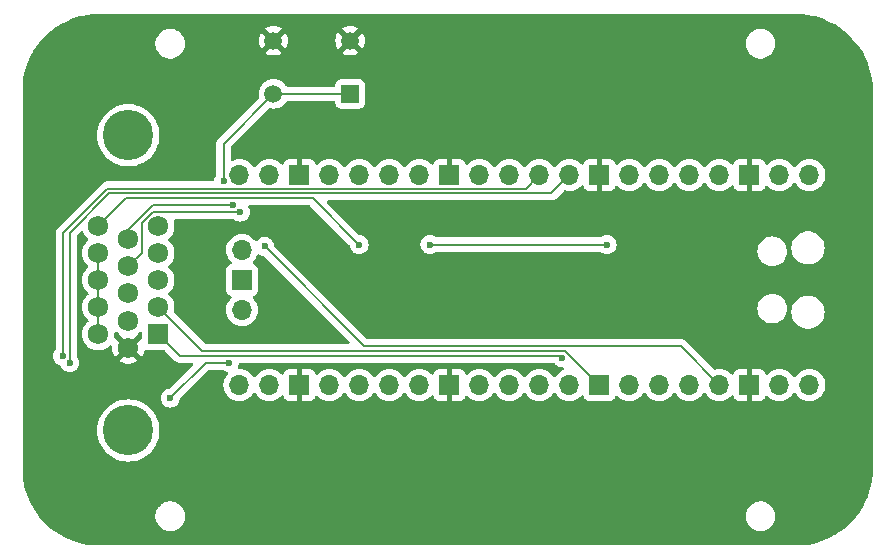
<source format=gbr>
%TF.GenerationSoftware,KiCad,Pcbnew,8.0.4*%
%TF.CreationDate,2025-01-24T17:00:10-06:00*%
%TF.ProjectId,potentiostat control,706f7465-6e74-4696-9f73-74617420636f,0.1*%
%TF.SameCoordinates,Original*%
%TF.FileFunction,Copper,L2,Bot*%
%TF.FilePolarity,Positive*%
%FSLAX46Y46*%
G04 Gerber Fmt 4.6, Leading zero omitted, Abs format (unit mm)*
G04 Created by KiCad (PCBNEW 8.0.4) date 2025-01-24 17:00:10*
%MOMM*%
%LPD*%
G01*
G04 APERTURE LIST*
%TA.AperFunction,ComponentPad*%
%ADD10O,1.700000X1.700000*%
%TD*%
%TA.AperFunction,ComponentPad*%
%ADD11R,1.700000X1.700000*%
%TD*%
%TA.AperFunction,ComponentPad*%
%ADD12R,1.498600X1.498600*%
%TD*%
%TA.AperFunction,ComponentPad*%
%ADD13C,1.498600*%
%TD*%
%TA.AperFunction,ComponentPad*%
%ADD14R,1.725000X1.725000*%
%TD*%
%TA.AperFunction,ComponentPad*%
%ADD15C,1.725000*%
%TD*%
%TA.AperFunction,ComponentPad*%
%ADD16C,4.266000*%
%TD*%
%TA.AperFunction,ViaPad*%
%ADD17C,0.600000*%
%TD*%
%TA.AperFunction,Conductor*%
%ADD18C,0.200000*%
%TD*%
G04 APERTURE END LIST*
D10*
%TO.P,U1,1,GP0*%
%TO.N,Net-(Q1-S)*%
X154130000Y-91110000D03*
%TO.P,U1,2,GP1*%
%TO.N,unconnected-(U1-GP1-Pad2)*%
X151590000Y-91110000D03*
D11*
%TO.P,U1,3,GND*%
%TO.N,GND*%
X149050000Y-91110000D03*
D10*
%TO.P,U1,4,GP2*%
%TO.N,unconnected-(U1-GP2-Pad4)*%
X146510000Y-91110000D03*
%TO.P,U1,5,GP3*%
%TO.N,unconnected-(U1-GP3-Pad5)*%
X143970000Y-91110000D03*
%TO.P,U1,6,GP4*%
%TO.N,unconnected-(U1-GP4-Pad6)*%
X141430000Y-91110000D03*
%TO.P,U1,7,GP5*%
%TO.N,unconnected-(U1-GP5-Pad7)*%
X138890000Y-91110000D03*
D11*
%TO.P,U1,8,GND*%
%TO.N,GND*%
X136350000Y-91110000D03*
D10*
%TO.P,U1,9,GP6*%
%TO.N,Net-(U1-GP6)*%
X133810000Y-91110000D03*
%TO.P,U1,10,GP7*%
%TO.N,Net-(U1-GP7)*%
X131270000Y-91110000D03*
%TO.P,U1,11,GP8*%
%TO.N,Net-(U1-GP8)*%
X128730000Y-91110000D03*
%TO.P,U1,12,GP9*%
%TO.N,Net-(U1-GP9)*%
X126190000Y-91110000D03*
D11*
%TO.P,U1,13,GND*%
%TO.N,GND*%
X123650000Y-91110000D03*
D10*
%TO.P,U1,14,GP10*%
%TO.N,unconnected-(U1-GP10-Pad14)*%
X121110000Y-91110000D03*
%TO.P,U1,15,GP11*%
%TO.N,unconnected-(U1-GP11-Pad15)*%
X118570000Y-91110000D03*
%TO.P,U1,16,GP12*%
%TO.N,unconnected-(U1-GP12-Pad16)*%
X116030000Y-91110000D03*
%TO.P,U1,17,GP13*%
%TO.N,unconnected-(U1-GP13-Pad17)*%
X113490000Y-91110000D03*
D11*
%TO.P,U1,18,GND*%
%TO.N,GND*%
X110950000Y-91110000D03*
D10*
%TO.P,U1,19,GP14*%
%TO.N,unconnected-(U1-GP14-Pad19)*%
X108410000Y-91110000D03*
%TO.P,U1,20,GP15*%
%TO.N,unconnected-(U1-GP15-Pad20)_1*%
X105870000Y-91110000D03*
%TO.P,U1,21,GP16*%
%TO.N,unconnected-(U1-GP16-Pad21)_1*%
X105870000Y-108890000D03*
%TO.P,U1,22,GP17*%
%TO.N,unconnected-(U1-GP17-Pad22)*%
X108410000Y-108890000D03*
D11*
%TO.P,U1,23,GND*%
%TO.N,GND*%
X110950000Y-108890000D03*
D10*
%TO.P,U1,24,GP18*%
%TO.N,unconnected-(U1-GP18-Pad24)_1*%
X113490000Y-108890000D03*
%TO.P,U1,25,GP19*%
%TO.N,unconnected-(U1-GP19-Pad25)*%
X116030000Y-108890000D03*
%TO.P,U1,26,GP20*%
%TO.N,unconnected-(U1-GP20-Pad26)_1*%
X118570000Y-108890000D03*
%TO.P,U1,27,GP21*%
%TO.N,unconnected-(U1-GP21-Pad27)_1*%
X121110000Y-108890000D03*
D11*
%TO.P,U1,28,GND*%
%TO.N,GND*%
X123650000Y-108890000D03*
D10*
%TO.P,U1,29,GP22*%
%TO.N,unconnected-(U1-GP22-Pad29)_1*%
X126190000Y-108890000D03*
%TO.P,U1,30,~{RUN}*%
%TO.N,unconnected-(U1-~{RUN}-Pad30)*%
X128730000Y-108890000D03*
%TO.P,U1,31,GP26*%
%TO.N,unconnected-(U1-GP26-Pad31)*%
X131270000Y-108890000D03*
%TO.P,U1,32,GP27*%
%TO.N,unconnected-(U1-GP27-Pad32)_1*%
X133810000Y-108890000D03*
D11*
%TO.P,U1,33,AGND*%
%TO.N,AGND*%
X136350000Y-108890000D03*
D10*
%TO.P,U1,34,GP28*%
%TO.N,Net-(U1-GP28)*%
X138890000Y-108890000D03*
%TO.P,U1,35,ADC_VREF*%
%TO.N,+3.3VADC*%
X141430000Y-108890000D03*
%TO.P,U1,36,3V3_OUT*%
%TO.N,+3.3V*%
X143970000Y-108890000D03*
%TO.P,U1,37,3V3_EN*%
%TO.N,Net-(U1-3V3_EN)*%
X146510000Y-108890000D03*
D11*
%TO.P,U1,38,GND*%
%TO.N,GND*%
X149050000Y-108890000D03*
D10*
%TO.P,U1,39,VSYS*%
%TO.N,+5V*%
X151590000Y-108890000D03*
%TO.P,U1,40,VBUS*%
X154130000Y-108890000D03*
%TO.P,U1,41*%
%TO.N,N/C*%
X106100000Y-97460000D03*
D11*
%TO.P,U1,42*%
X106100000Y-100000000D03*
D10*
%TO.P,U1,43*%
X106100000Y-102540000D03*
%TD*%
D12*
%TO.P,SW1,1,1*%
%TO.N,Net-(U1-3V3_EN)*%
X115250001Y-84239401D03*
D13*
%TO.P,SW1,2,2*%
X108750000Y-84239401D03*
%TO.P,SW1,3,3*%
%TO.N,GND*%
X115250001Y-79739400D03*
%TO.P,SW1,4,4*%
X108750000Y-79739400D03*
%TD*%
D14*
%TO.P,J1,1,1*%
%TO.N,Net-(U1-GP28)*%
X99000000Y-104580000D03*
D15*
%TO.P,J1,2,2*%
%TO.N,AGND*%
X99000000Y-102290000D03*
%TO.P,J1,3,3*%
%TO.N,unconnected-(J1-Pad3)*%
X99000000Y-100000000D03*
%TO.P,J1,4,4*%
%TO.N,unconnected-(J1-Pad4)*%
X99000000Y-97710000D03*
%TO.P,J1,5,5*%
%TO.N,unconnected-(J1-Pad5)*%
X99000000Y-95420000D03*
%TO.P,J1,6,6*%
%TO.N,GND*%
X96460000Y-105725000D03*
%TO.P,J1,7,7*%
%TO.N,Net-(U1-GP6)*%
X96460000Y-103435000D03*
%TO.P,J1,8,8*%
%TO.N,Net-(U1-GP7)*%
X96460000Y-101145000D03*
%TO.P,J1,9,9*%
%TO.N,Net-(U1-GP8)*%
X96460000Y-98855000D03*
%TO.P,J1,10,10*%
%TO.N,Net-(U1-GP9)*%
X96460000Y-96565000D03*
%TO.P,J1,11,11*%
%TO.N,Net-(Q2-D)*%
X93920000Y-104580000D03*
%TO.P,J1,12,12*%
X93920000Y-102290000D03*
%TO.P,J1,13,13*%
X93920000Y-100000000D03*
%TO.P,J1,14,14*%
X93920000Y-97710000D03*
%TO.P,J1,15,15*%
%TO.N,+5VP*%
X93920000Y-95420000D03*
D16*
%TO.P,J1,SH1,SHIELD*%
%TO.N,unconnected-(J1-SHIELD-PadSH1)*%
X96460000Y-112745000D03*
%TO.P,J1,SH2,SHIELD*%
%TO.N,unconnected-(J1-SHIELD-PadSH1)_1*%
X96460000Y-87755000D03*
%TD*%
D17*
%TO.N,Net-(U1-GP28)*%
X133210000Y-106600000D03*
%TO.N,Net-(U1-GP6)*%
X91500000Y-107000000D03*
%TO.N,Net-(Q2-D)*%
X105000000Y-107000000D03*
X100000000Y-110000000D03*
%TO.N,Net-(U1-GP8)*%
X105943653Y-94260000D03*
%TO.N,Net-(U1-GP9)*%
X105343654Y-93660000D03*
%TO.N,Net-(U1-GP7)*%
X90900000Y-106450000D03*
%TO.N,+5VP*%
X116000000Y-97000000D03*
%TO.N,GND*%
X118750000Y-102300000D03*
%TO.N,Net-(Q1-D)*%
X122000000Y-97000000D03*
X137000000Y-97000000D03*
%TO.N,Net-(U1-3V3_EN)*%
X107997563Y-97162437D03*
X104519998Y-91660000D03*
%TD*%
D18*
%TO.N,Net-(U1-GP28)*%
X133210000Y-106600000D02*
X133010000Y-106400000D01*
X100820000Y-106400000D02*
X99000000Y-104580000D01*
X133010000Y-106400000D02*
X100820000Y-106400000D01*
%TO.N,Net-(U1-GP6)*%
X94840000Y-92660000D02*
X132260000Y-92660000D01*
X91500000Y-96000000D02*
X94840000Y-92660000D01*
X91500000Y-107000000D02*
X91500000Y-96000000D01*
X132260000Y-92660000D02*
X133810000Y-91110000D01*
%TO.N,Net-(Q2-D)*%
X105000000Y-107000000D02*
X103000000Y-107000000D01*
X93920000Y-102290000D02*
X93920000Y-100000000D01*
X103000000Y-107000000D02*
X100000000Y-110000000D01*
X93920000Y-100000000D02*
X93920000Y-97710000D01*
X93920000Y-104580000D02*
X93920000Y-102290000D01*
%TO.N,Net-(U1-GP8)*%
X97622500Y-95153476D02*
X97622500Y-97692500D01*
X97622500Y-97692500D02*
X96460000Y-98855000D01*
X99484024Y-94260000D02*
X99481524Y-94257500D01*
X98518476Y-94257500D02*
X97622500Y-95153476D01*
X99481524Y-94257500D02*
X98518476Y-94257500D01*
X105943653Y-94260000D02*
X99484024Y-94260000D01*
%TO.N,Net-(U1-GP9)*%
X105343654Y-93660000D02*
X98550290Y-93660000D01*
X96460000Y-95750290D02*
X96460000Y-96565000D01*
X98550290Y-93660000D02*
X96460000Y-95750290D01*
%TO.N,Net-(U1-GP7)*%
X94674314Y-92260000D02*
X130120000Y-92260000D01*
X130120000Y-92260000D02*
X131270000Y-91110000D01*
X90900000Y-106450000D02*
X90900000Y-96034314D01*
X90900000Y-96034314D02*
X94674314Y-92260000D01*
%TO.N,AGND*%
X102710000Y-106000000D02*
X99000000Y-102290000D01*
X133460000Y-106000000D02*
X102710000Y-106000000D01*
X136350000Y-108890000D02*
X133460000Y-106000000D01*
%TO.N,+5VP*%
X93920000Y-95420000D02*
X96280000Y-93060000D01*
X112060000Y-93060000D02*
X116000000Y-97000000D01*
X96280000Y-93060000D02*
X112060000Y-93060000D01*
%TO.N,Net-(Q1-D)*%
X122000000Y-97000000D02*
X137000000Y-97000000D01*
%TO.N,Net-(U1-3V3_EN)*%
X108750000Y-84239401D02*
X115250001Y-84239401D01*
X116435126Y-105600000D02*
X143220000Y-105600000D01*
X104519998Y-88469403D02*
X108750000Y-84239401D01*
X143220000Y-105600000D02*
X146510000Y-108890000D01*
X107997563Y-97162437D02*
X116435126Y-105600000D01*
X104519998Y-91660000D02*
X104519998Y-88469403D01*
%TD*%
%TA.AperFunction,Conductor*%
%TO.N,GND*%
G36*
X132514749Y-107020185D02*
G01*
X132552703Y-107058527D01*
X132580182Y-107102260D01*
X132580184Y-107102262D01*
X132707738Y-107229816D01*
X132860478Y-107325789D01*
X132948314Y-107356524D01*
X133030745Y-107385368D01*
X133030750Y-107385369D01*
X133209996Y-107405565D01*
X133209998Y-107405565D01*
X133209998Y-107405564D01*
X133210000Y-107405565D01*
X133231473Y-107403145D01*
X133300292Y-107415198D01*
X133351673Y-107462545D01*
X133369299Y-107530155D01*
X133347575Y-107596562D01*
X133297762Y-107638747D01*
X133132171Y-107715964D01*
X133132169Y-107715965D01*
X132938597Y-107851505D01*
X132771505Y-108018597D01*
X132641575Y-108204158D01*
X132586998Y-108247783D01*
X132517500Y-108254977D01*
X132455145Y-108223454D01*
X132438425Y-108204158D01*
X132308494Y-108018597D01*
X132141402Y-107851506D01*
X132141395Y-107851501D01*
X131947834Y-107715967D01*
X131947830Y-107715965D01*
X131876727Y-107682809D01*
X131733663Y-107616097D01*
X131733659Y-107616096D01*
X131733655Y-107616094D01*
X131505413Y-107554938D01*
X131505403Y-107554936D01*
X131270001Y-107534341D01*
X131269999Y-107534341D01*
X131034596Y-107554936D01*
X131034586Y-107554938D01*
X130806344Y-107616094D01*
X130806335Y-107616098D01*
X130592171Y-107715964D01*
X130592169Y-107715965D01*
X130398597Y-107851505D01*
X130231505Y-108018597D01*
X130101575Y-108204158D01*
X130046998Y-108247783D01*
X129977500Y-108254977D01*
X129915145Y-108223454D01*
X129898425Y-108204158D01*
X129768494Y-108018597D01*
X129601402Y-107851506D01*
X129601395Y-107851501D01*
X129407834Y-107715967D01*
X129407830Y-107715965D01*
X129336727Y-107682809D01*
X129193663Y-107616097D01*
X129193659Y-107616096D01*
X129193655Y-107616094D01*
X128965413Y-107554938D01*
X128965403Y-107554936D01*
X128730001Y-107534341D01*
X128729999Y-107534341D01*
X128494596Y-107554936D01*
X128494586Y-107554938D01*
X128266344Y-107616094D01*
X128266335Y-107616098D01*
X128052171Y-107715964D01*
X128052169Y-107715965D01*
X127858597Y-107851505D01*
X127691505Y-108018597D01*
X127561575Y-108204158D01*
X127506998Y-108247783D01*
X127437500Y-108254977D01*
X127375145Y-108223454D01*
X127358425Y-108204158D01*
X127228494Y-108018597D01*
X127061402Y-107851506D01*
X127061395Y-107851501D01*
X126867834Y-107715967D01*
X126867830Y-107715965D01*
X126796727Y-107682809D01*
X126653663Y-107616097D01*
X126653659Y-107616096D01*
X126653655Y-107616094D01*
X126425413Y-107554938D01*
X126425403Y-107554936D01*
X126190001Y-107534341D01*
X126189999Y-107534341D01*
X125954596Y-107554936D01*
X125954586Y-107554938D01*
X125726344Y-107616094D01*
X125726335Y-107616098D01*
X125512171Y-107715964D01*
X125512169Y-107715965D01*
X125318600Y-107851503D01*
X125196284Y-107973819D01*
X125134961Y-108007303D01*
X125065269Y-108002319D01*
X125009336Y-107960447D01*
X124992421Y-107929470D01*
X124943354Y-107797913D01*
X124943350Y-107797906D01*
X124857190Y-107682812D01*
X124857187Y-107682809D01*
X124742093Y-107596649D01*
X124742086Y-107596645D01*
X124607379Y-107546403D01*
X124607372Y-107546401D01*
X124547844Y-107540000D01*
X123900000Y-107540000D01*
X123900000Y-108445439D01*
X123846853Y-108414755D01*
X123717143Y-108380000D01*
X123582857Y-108380000D01*
X123453147Y-108414755D01*
X123400000Y-108445439D01*
X123400000Y-107540000D01*
X122752155Y-107540000D01*
X122692627Y-107546401D01*
X122692620Y-107546403D01*
X122557913Y-107596645D01*
X122557906Y-107596649D01*
X122442812Y-107682809D01*
X122442809Y-107682812D01*
X122356649Y-107797906D01*
X122356645Y-107797913D01*
X122307578Y-107929470D01*
X122265707Y-107985404D01*
X122200242Y-108009821D01*
X122131969Y-107994969D01*
X122103715Y-107973819D01*
X122058977Y-107929081D01*
X121981401Y-107851505D01*
X121981397Y-107851502D01*
X121981396Y-107851501D01*
X121787834Y-107715967D01*
X121787830Y-107715965D01*
X121716727Y-107682809D01*
X121573663Y-107616097D01*
X121573659Y-107616096D01*
X121573655Y-107616094D01*
X121345413Y-107554938D01*
X121345403Y-107554936D01*
X121110001Y-107534341D01*
X121109999Y-107534341D01*
X120874596Y-107554936D01*
X120874586Y-107554938D01*
X120646344Y-107616094D01*
X120646335Y-107616098D01*
X120432171Y-107715964D01*
X120432169Y-107715965D01*
X120238597Y-107851505D01*
X120071505Y-108018597D01*
X119941575Y-108204158D01*
X119886998Y-108247783D01*
X119817500Y-108254977D01*
X119755145Y-108223454D01*
X119738425Y-108204158D01*
X119608494Y-108018597D01*
X119441402Y-107851506D01*
X119441395Y-107851501D01*
X119247834Y-107715967D01*
X119247830Y-107715965D01*
X119176727Y-107682809D01*
X119033663Y-107616097D01*
X119033659Y-107616096D01*
X119033655Y-107616094D01*
X118805413Y-107554938D01*
X118805403Y-107554936D01*
X118570001Y-107534341D01*
X118569999Y-107534341D01*
X118334596Y-107554936D01*
X118334586Y-107554938D01*
X118106344Y-107616094D01*
X118106335Y-107616098D01*
X117892171Y-107715964D01*
X117892169Y-107715965D01*
X117698597Y-107851505D01*
X117531505Y-108018597D01*
X117401575Y-108204158D01*
X117346998Y-108247783D01*
X117277500Y-108254977D01*
X117215145Y-108223454D01*
X117198425Y-108204158D01*
X117068494Y-108018597D01*
X116901402Y-107851506D01*
X116901395Y-107851501D01*
X116707834Y-107715967D01*
X116707830Y-107715965D01*
X116636727Y-107682809D01*
X116493663Y-107616097D01*
X116493659Y-107616096D01*
X116493655Y-107616094D01*
X116265413Y-107554938D01*
X116265403Y-107554936D01*
X116030001Y-107534341D01*
X116029999Y-107534341D01*
X115794596Y-107554936D01*
X115794586Y-107554938D01*
X115566344Y-107616094D01*
X115566335Y-107616098D01*
X115352171Y-107715964D01*
X115352169Y-107715965D01*
X115158597Y-107851505D01*
X114991505Y-108018597D01*
X114861575Y-108204158D01*
X114806998Y-108247783D01*
X114737500Y-108254977D01*
X114675145Y-108223454D01*
X114658425Y-108204158D01*
X114528494Y-108018597D01*
X114361402Y-107851506D01*
X114361395Y-107851501D01*
X114167834Y-107715967D01*
X114167830Y-107715965D01*
X114096727Y-107682809D01*
X113953663Y-107616097D01*
X113953659Y-107616096D01*
X113953655Y-107616094D01*
X113725413Y-107554938D01*
X113725403Y-107554936D01*
X113490001Y-107534341D01*
X113489999Y-107534341D01*
X113254596Y-107554936D01*
X113254586Y-107554938D01*
X113026344Y-107616094D01*
X113026335Y-107616098D01*
X112812171Y-107715964D01*
X112812169Y-107715965D01*
X112618600Y-107851503D01*
X112496284Y-107973819D01*
X112434961Y-108007303D01*
X112365269Y-108002319D01*
X112309336Y-107960447D01*
X112292421Y-107929470D01*
X112243354Y-107797913D01*
X112243350Y-107797906D01*
X112157190Y-107682812D01*
X112157187Y-107682809D01*
X112042093Y-107596649D01*
X112042086Y-107596645D01*
X111907379Y-107546403D01*
X111907372Y-107546401D01*
X111847844Y-107540000D01*
X111200000Y-107540000D01*
X111200000Y-108445439D01*
X111146853Y-108414755D01*
X111017143Y-108380000D01*
X110882857Y-108380000D01*
X110753147Y-108414755D01*
X110700000Y-108445439D01*
X110700000Y-107540000D01*
X110052155Y-107540000D01*
X109992627Y-107546401D01*
X109992620Y-107546403D01*
X109857913Y-107596645D01*
X109857906Y-107596649D01*
X109742812Y-107682809D01*
X109742809Y-107682812D01*
X109656649Y-107797906D01*
X109656645Y-107797913D01*
X109607578Y-107929470D01*
X109565707Y-107985404D01*
X109500242Y-108009821D01*
X109431969Y-107994969D01*
X109403715Y-107973819D01*
X109358977Y-107929081D01*
X109281401Y-107851505D01*
X109281397Y-107851502D01*
X109281396Y-107851501D01*
X109087834Y-107715967D01*
X109087830Y-107715965D01*
X109016727Y-107682809D01*
X108873663Y-107616097D01*
X108873659Y-107616096D01*
X108873655Y-107616094D01*
X108645413Y-107554938D01*
X108645403Y-107554936D01*
X108410001Y-107534341D01*
X108409999Y-107534341D01*
X108174596Y-107554936D01*
X108174586Y-107554938D01*
X107946344Y-107616094D01*
X107946335Y-107616098D01*
X107732171Y-107715964D01*
X107732169Y-107715965D01*
X107538597Y-107851505D01*
X107371505Y-108018597D01*
X107241575Y-108204158D01*
X107186998Y-108247783D01*
X107117500Y-108254977D01*
X107055145Y-108223454D01*
X107038425Y-108204158D01*
X106908494Y-108018597D01*
X106741402Y-107851506D01*
X106741395Y-107851501D01*
X106547834Y-107715967D01*
X106547830Y-107715965D01*
X106476727Y-107682809D01*
X106333663Y-107616097D01*
X106333659Y-107616096D01*
X106333655Y-107616094D01*
X106105413Y-107554938D01*
X106105403Y-107554936D01*
X105870001Y-107534341D01*
X105869995Y-107534341D01*
X105843048Y-107536698D01*
X105774548Y-107522930D01*
X105724366Y-107474314D01*
X105708434Y-107406285D01*
X105724282Y-107356524D01*
X105722769Y-107355795D01*
X105725787Y-107349527D01*
X105725789Y-107349522D01*
X105785368Y-107179255D01*
X105786901Y-107165656D01*
X105793102Y-107110617D01*
X105820168Y-107046203D01*
X105877763Y-107006648D01*
X105916322Y-107000500D01*
X132447710Y-107000500D01*
X132514749Y-107020185D01*
G37*
%TD.AperFunction*%
%TA.AperFunction,Conductor*%
G36*
X95477288Y-104383431D02*
G01*
X95495329Y-104399544D01*
X95533702Y-104441228D01*
X95638523Y-104522813D01*
X95679335Y-104579523D01*
X95681152Y-104592600D01*
X96269352Y-105180799D01*
X96238058Y-105189185D01*
X96106942Y-105264885D01*
X95999885Y-105371942D01*
X95924185Y-105503058D01*
X95915799Y-105534352D01*
X95302176Y-104920729D01*
X95268691Y-104859406D01*
X95269526Y-104810397D01*
X95268174Y-104810172D01*
X95269018Y-104805109D01*
X95287671Y-104580005D01*
X95287671Y-104579994D01*
X95280526Y-104493770D01*
X95294607Y-104425334D01*
X95343452Y-104375375D01*
X95411553Y-104359754D01*
X95477288Y-104383431D01*
G37*
%TD.AperFunction*%
%TA.AperFunction,Conductor*%
G36*
X97551495Y-104368804D02*
G01*
X97609111Y-104408327D01*
X97636213Y-104472727D01*
X97637000Y-104486677D01*
X97637000Y-104850189D01*
X97617315Y-104917228D01*
X97600681Y-104937870D01*
X97004200Y-105534351D01*
X96995815Y-105503058D01*
X96920115Y-105371942D01*
X96813058Y-105264885D01*
X96681942Y-105189185D01*
X96650647Y-105180799D01*
X97242934Y-104588511D01*
X97249366Y-104560225D01*
X97281472Y-104522817D01*
X97386298Y-104441228D01*
X97421772Y-104402692D01*
X97481657Y-104366704D01*
X97551495Y-104368804D01*
G37*
%TD.AperFunction*%
%TA.AperFunction,Conductor*%
G36*
X153002324Y-77480587D02*
G01*
X153042259Y-77482081D01*
X153481082Y-77498500D01*
X153490306Y-77499192D01*
X153964101Y-77552575D01*
X153973247Y-77553954D01*
X154335901Y-77622572D01*
X154441708Y-77642592D01*
X154450749Y-77644655D01*
X154624139Y-77691114D01*
X154911287Y-77768056D01*
X154920133Y-77770784D01*
X155370158Y-77928255D01*
X155378778Y-77931637D01*
X155622667Y-78038045D01*
X155815784Y-78122302D01*
X155824138Y-78126326D01*
X156245640Y-78349096D01*
X156253671Y-78353732D01*
X156657371Y-78607393D01*
X156665033Y-78612617D01*
X157048641Y-78895732D01*
X157055883Y-78901508D01*
X157417275Y-79212511D01*
X157424072Y-79218818D01*
X157761181Y-79555927D01*
X157767488Y-79562724D01*
X158078491Y-79924116D01*
X158084269Y-79931362D01*
X158103318Y-79957171D01*
X158367382Y-80314966D01*
X158372606Y-80322628D01*
X158626267Y-80726328D01*
X158630903Y-80734359D01*
X158853673Y-81155861D01*
X158857697Y-81164215D01*
X159048359Y-81601215D01*
X159051747Y-81609848D01*
X159209212Y-82059859D01*
X159211945Y-82068719D01*
X159335344Y-82529250D01*
X159337407Y-82538291D01*
X159426043Y-83006741D01*
X159427425Y-83015910D01*
X159480806Y-83489681D01*
X159481499Y-83498928D01*
X159499413Y-83977674D01*
X159499500Y-83982311D01*
X159499500Y-115977688D01*
X159499413Y-115982325D01*
X159481499Y-116461071D01*
X159480806Y-116470318D01*
X159427425Y-116944089D01*
X159426043Y-116953258D01*
X159337407Y-117421708D01*
X159335344Y-117430749D01*
X159211945Y-117891280D01*
X159209212Y-117900140D01*
X159051747Y-118350151D01*
X159048359Y-118358784D01*
X158857697Y-118795784D01*
X158853673Y-118804138D01*
X158630903Y-119225640D01*
X158626267Y-119233671D01*
X158372606Y-119637371D01*
X158367382Y-119645033D01*
X158084273Y-120028633D01*
X158078491Y-120035883D01*
X157767488Y-120397275D01*
X157761181Y-120404072D01*
X157424072Y-120741181D01*
X157417275Y-120747488D01*
X157055883Y-121058491D01*
X157048633Y-121064273D01*
X156665033Y-121347382D01*
X156657371Y-121352606D01*
X156253671Y-121606267D01*
X156245640Y-121610903D01*
X155824138Y-121833673D01*
X155815784Y-121837697D01*
X155378784Y-122028359D01*
X155370151Y-122031747D01*
X154920140Y-122189212D01*
X154911280Y-122191945D01*
X154450749Y-122315344D01*
X154441708Y-122317407D01*
X153973258Y-122406043D01*
X153964089Y-122407425D01*
X153490318Y-122460806D01*
X153481071Y-122461499D01*
X153002325Y-122479413D01*
X152997688Y-122479500D01*
X94002312Y-122479500D01*
X93997675Y-122479413D01*
X93518928Y-122461499D01*
X93509681Y-122460806D01*
X93035910Y-122407425D01*
X93026741Y-122406043D01*
X92558291Y-122317407D01*
X92549250Y-122315344D01*
X92088719Y-122191945D01*
X92079859Y-122189212D01*
X91629848Y-122031747D01*
X91621215Y-122028359D01*
X91184215Y-121837697D01*
X91175861Y-121833673D01*
X90754359Y-121610903D01*
X90746328Y-121606267D01*
X90342628Y-121352606D01*
X90334966Y-121347382D01*
X89951366Y-121064273D01*
X89944116Y-121058491D01*
X89582724Y-120747488D01*
X89575927Y-120741181D01*
X89238818Y-120404072D01*
X89232511Y-120397275D01*
X88921508Y-120035883D01*
X88915726Y-120028633D01*
X88821955Y-119901577D01*
X98749500Y-119901577D01*
X98749500Y-120098422D01*
X98780290Y-120292826D01*
X98841117Y-120480029D01*
X98858793Y-120514719D01*
X98930476Y-120655405D01*
X99046172Y-120814646D01*
X99185354Y-120953828D01*
X99344595Y-121069524D01*
X99427455Y-121111743D01*
X99519970Y-121158882D01*
X99519972Y-121158882D01*
X99519975Y-121158884D01*
X99620317Y-121191487D01*
X99707173Y-121219709D01*
X99901578Y-121250500D01*
X99901583Y-121250500D01*
X100098422Y-121250500D01*
X100292826Y-121219709D01*
X100480025Y-121158884D01*
X100655405Y-121069524D01*
X100814646Y-120953828D01*
X100953828Y-120814646D01*
X101069524Y-120655405D01*
X101158884Y-120480025D01*
X101219709Y-120292826D01*
X101250500Y-120098422D01*
X101250500Y-119901577D01*
X148749500Y-119901577D01*
X148749500Y-120098422D01*
X148780290Y-120292826D01*
X148841117Y-120480029D01*
X148858793Y-120514719D01*
X148930476Y-120655405D01*
X149046172Y-120814646D01*
X149185354Y-120953828D01*
X149344595Y-121069524D01*
X149427455Y-121111743D01*
X149519970Y-121158882D01*
X149519972Y-121158882D01*
X149519975Y-121158884D01*
X149620317Y-121191487D01*
X149707173Y-121219709D01*
X149901578Y-121250500D01*
X149901583Y-121250500D01*
X150098422Y-121250500D01*
X150292826Y-121219709D01*
X150480025Y-121158884D01*
X150655405Y-121069524D01*
X150814646Y-120953828D01*
X150953828Y-120814646D01*
X151069524Y-120655405D01*
X151158884Y-120480025D01*
X151219709Y-120292826D01*
X151250500Y-120098422D01*
X151250500Y-119901577D01*
X151219709Y-119707173D01*
X151158882Y-119519970D01*
X151069523Y-119344594D01*
X150953828Y-119185354D01*
X150814646Y-119046172D01*
X150655405Y-118930476D01*
X150480029Y-118841117D01*
X150292826Y-118780290D01*
X150098422Y-118749500D01*
X150098417Y-118749500D01*
X149901583Y-118749500D01*
X149901578Y-118749500D01*
X149707173Y-118780290D01*
X149519970Y-118841117D01*
X149344594Y-118930476D01*
X149253741Y-118996485D01*
X149185354Y-119046172D01*
X149185352Y-119046174D01*
X149185351Y-119046174D01*
X149046174Y-119185351D01*
X149046174Y-119185352D01*
X149046172Y-119185354D01*
X148996485Y-119253741D01*
X148930476Y-119344594D01*
X148841117Y-119519970D01*
X148780290Y-119707173D01*
X148749500Y-119901577D01*
X101250500Y-119901577D01*
X101219709Y-119707173D01*
X101158882Y-119519970D01*
X101069523Y-119344594D01*
X100953828Y-119185354D01*
X100814646Y-119046172D01*
X100655405Y-118930476D01*
X100480029Y-118841117D01*
X100292826Y-118780290D01*
X100098422Y-118749500D01*
X100098417Y-118749500D01*
X99901583Y-118749500D01*
X99901578Y-118749500D01*
X99707173Y-118780290D01*
X99519970Y-118841117D01*
X99344594Y-118930476D01*
X99253741Y-118996485D01*
X99185354Y-119046172D01*
X99185352Y-119046174D01*
X99185351Y-119046174D01*
X99046174Y-119185351D01*
X99046174Y-119185352D01*
X99046172Y-119185354D01*
X98996485Y-119253741D01*
X98930476Y-119344594D01*
X98841117Y-119519970D01*
X98780290Y-119707173D01*
X98749500Y-119901577D01*
X88821955Y-119901577D01*
X88632617Y-119645033D01*
X88627393Y-119637371D01*
X88373732Y-119233671D01*
X88369096Y-119225640D01*
X88146326Y-118804138D01*
X88142302Y-118795784D01*
X87951640Y-118358784D01*
X87948252Y-118350151D01*
X87790787Y-117900140D01*
X87788054Y-117891280D01*
X87752043Y-117756887D01*
X87664655Y-117430749D01*
X87662592Y-117421708D01*
X87642572Y-117315901D01*
X87573954Y-116953247D01*
X87572574Y-116944089D01*
X87519193Y-116470318D01*
X87518500Y-116461070D01*
X87500587Y-115982324D01*
X87500500Y-115977688D01*
X87500500Y-112745000D01*
X93821687Y-112745000D01*
X93840922Y-113063007D01*
X93898352Y-113376390D01*
X93993135Y-113680562D01*
X93993137Y-113680569D01*
X94123880Y-113971066D01*
X94123887Y-113971078D01*
X94123890Y-113971085D01*
X94288710Y-114243731D01*
X94288715Y-114243739D01*
X94485196Y-114494528D01*
X94710471Y-114719803D01*
X94961260Y-114916284D01*
X94961263Y-114916285D01*
X94961267Y-114916289D01*
X95233915Y-115081110D01*
X95233925Y-115081114D01*
X95233933Y-115081119D01*
X95524430Y-115211862D01*
X95524435Y-115211863D01*
X95524441Y-115211866D01*
X95828610Y-115306648D01*
X96141987Y-115364077D01*
X96460000Y-115383313D01*
X96778013Y-115364077D01*
X97091390Y-115306648D01*
X97395559Y-115211866D01*
X97395565Y-115211862D01*
X97395569Y-115211862D01*
X97686066Y-115081119D01*
X97686069Y-115081116D01*
X97686085Y-115081110D01*
X97958733Y-114916289D01*
X98209525Y-114719806D01*
X98434806Y-114494525D01*
X98631289Y-114243733D01*
X98796110Y-113971085D01*
X98796119Y-113971066D01*
X98926862Y-113680569D01*
X98926862Y-113680565D01*
X98926866Y-113680559D01*
X99021648Y-113376390D01*
X99079077Y-113063013D01*
X99098313Y-112745000D01*
X99079077Y-112426987D01*
X99021648Y-112113610D01*
X98926866Y-111809441D01*
X98926863Y-111809435D01*
X98926862Y-111809430D01*
X98796119Y-111518933D01*
X98796114Y-111518925D01*
X98796110Y-111518915D01*
X98631289Y-111246267D01*
X98434806Y-110995475D01*
X98434803Y-110995471D01*
X98209528Y-110770196D01*
X97958739Y-110573715D01*
X97958731Y-110573710D01*
X97686085Y-110408890D01*
X97686078Y-110408887D01*
X97686066Y-110408880D01*
X97395569Y-110278137D01*
X97395562Y-110278135D01*
X97273181Y-110240000D01*
X97091390Y-110183352D01*
X96778013Y-110125923D01*
X96778012Y-110125922D01*
X96778007Y-110125922D01*
X96460000Y-110106687D01*
X96141992Y-110125922D01*
X95828609Y-110183352D01*
X95524437Y-110278135D01*
X95524430Y-110278137D01*
X95233933Y-110408880D01*
X95233917Y-110408889D01*
X94961268Y-110573710D01*
X94961260Y-110573715D01*
X94710471Y-110770196D01*
X94485196Y-110995471D01*
X94288715Y-111246260D01*
X94288710Y-111246268D01*
X94123889Y-111518917D01*
X94123880Y-111518933D01*
X93993137Y-111809430D01*
X93993135Y-111809437D01*
X93898352Y-112113609D01*
X93840922Y-112426992D01*
X93821687Y-112745000D01*
X87500500Y-112745000D01*
X87500500Y-106449996D01*
X90094435Y-106449996D01*
X90094435Y-106450003D01*
X90114630Y-106629249D01*
X90114631Y-106629254D01*
X90174211Y-106799523D01*
X90218211Y-106869548D01*
X90270184Y-106952262D01*
X90397738Y-107079816D01*
X90550478Y-107175789D01*
X90679789Y-107221037D01*
X90736564Y-107261758D01*
X90755875Y-107297122D01*
X90774211Y-107349523D01*
X90774212Y-107349524D01*
X90815478Y-107415198D01*
X90870184Y-107502262D01*
X90997738Y-107629816D01*
X91011952Y-107638747D01*
X91134841Y-107715964D01*
X91150478Y-107725789D01*
X91315218Y-107783434D01*
X91320745Y-107785368D01*
X91320750Y-107785369D01*
X91499996Y-107805565D01*
X91500000Y-107805565D01*
X91500004Y-107805565D01*
X91679249Y-107785369D01*
X91679252Y-107785368D01*
X91679255Y-107785368D01*
X91849522Y-107725789D01*
X92002262Y-107629816D01*
X92129816Y-107502262D01*
X92225789Y-107349522D01*
X92285368Y-107179255D01*
X92285759Y-107175789D01*
X92305565Y-107000003D01*
X92305565Y-106999996D01*
X92285369Y-106820750D01*
X92285368Y-106820745D01*
X92225788Y-106650476D01*
X92129813Y-106497734D01*
X92127550Y-106494896D01*
X92126659Y-106492715D01*
X92126111Y-106491842D01*
X92126264Y-106491745D01*
X92101144Y-106430209D01*
X92100500Y-106417587D01*
X92100500Y-96300096D01*
X92120185Y-96233057D01*
X92136815Y-96212419D01*
X92455025Y-95894208D01*
X92516346Y-95860725D01*
X92586037Y-95865709D01*
X92641971Y-95907580D01*
X92656260Y-95932081D01*
X92717168Y-96070938D01*
X92840715Y-96260042D01*
X92993698Y-96426224D01*
X92993703Y-96426229D01*
X93046274Y-96467147D01*
X93087087Y-96523858D01*
X93090760Y-96593631D01*
X93056129Y-96654314D01*
X93046274Y-96662853D01*
X92993703Y-96703770D01*
X92993698Y-96703775D01*
X92840715Y-96869957D01*
X92717168Y-97059061D01*
X92626433Y-97265917D01*
X92570981Y-97484892D01*
X92552329Y-97709994D01*
X92552329Y-97710005D01*
X92570981Y-97935107D01*
X92626433Y-98154082D01*
X92717168Y-98360938D01*
X92840715Y-98550042D01*
X92993698Y-98716224D01*
X92993703Y-98716229D01*
X93046274Y-98757147D01*
X93087087Y-98813858D01*
X93090760Y-98883631D01*
X93056129Y-98944314D01*
X93046274Y-98952853D01*
X92993703Y-98993770D01*
X92993698Y-98993775D01*
X92840715Y-99159957D01*
X92717168Y-99349061D01*
X92626433Y-99555917D01*
X92570981Y-99774892D01*
X92552329Y-99999994D01*
X92552329Y-100000005D01*
X92570981Y-100225107D01*
X92626433Y-100444082D01*
X92717168Y-100650938D01*
X92840715Y-100840042D01*
X92993698Y-101006224D01*
X92993703Y-101006229D01*
X93046274Y-101047147D01*
X93087087Y-101103858D01*
X93090760Y-101173631D01*
X93056129Y-101234314D01*
X93046274Y-101242853D01*
X92993703Y-101283770D01*
X92993698Y-101283775D01*
X92840715Y-101449957D01*
X92717168Y-101639061D01*
X92626433Y-101845917D01*
X92570981Y-102064892D01*
X92552329Y-102289994D01*
X92552329Y-102290005D01*
X92570981Y-102515107D01*
X92570981Y-102515110D01*
X92570982Y-102515111D01*
X92577285Y-102540000D01*
X92626433Y-102734082D01*
X92717168Y-102940938D01*
X92840715Y-103130042D01*
X92993698Y-103296224D01*
X92993703Y-103296229D01*
X93046274Y-103337147D01*
X93087087Y-103393858D01*
X93090760Y-103463631D01*
X93056129Y-103524314D01*
X93046274Y-103532853D01*
X92993703Y-103573770D01*
X92993698Y-103573775D01*
X92840715Y-103739957D01*
X92717168Y-103929061D01*
X92626433Y-104135917D01*
X92570981Y-104354892D01*
X92552329Y-104579994D01*
X92552329Y-104580005D01*
X92570981Y-104805107D01*
X92626433Y-105024082D01*
X92717168Y-105230938D01*
X92840715Y-105420042D01*
X92993698Y-105586224D01*
X92993702Y-105586228D01*
X93171955Y-105724968D01*
X93370613Y-105832477D01*
X93472885Y-105867587D01*
X93584253Y-105905820D01*
X93584255Y-105905820D01*
X93584257Y-105905821D01*
X93807059Y-105943000D01*
X93807060Y-105943000D01*
X94032940Y-105943000D01*
X94032941Y-105943000D01*
X94255743Y-105905821D01*
X94469387Y-105832477D01*
X94668045Y-105724968D01*
X94846298Y-105586228D01*
X94885219Y-105543947D01*
X94945105Y-105507958D01*
X95014944Y-105510059D01*
X95072560Y-105549583D01*
X95099661Y-105613982D01*
X95100025Y-105638171D01*
X95092830Y-105725004D01*
X95092830Y-105725006D01*
X95111474Y-105950021D01*
X95111476Y-105950029D01*
X95166907Y-106168920D01*
X95257609Y-106375700D01*
X95335904Y-106495540D01*
X95915799Y-105915646D01*
X95924185Y-105946942D01*
X95999885Y-106078058D01*
X96106942Y-106185115D01*
X96238058Y-106260815D01*
X96269352Y-106269200D01*
X95687922Y-106850629D01*
X95712230Y-106869549D01*
X95910812Y-106977017D01*
X95910818Y-106977019D01*
X96124377Y-107050334D01*
X96347100Y-107087500D01*
X96572900Y-107087500D01*
X96795622Y-107050334D01*
X97009181Y-106977019D01*
X97009187Y-106977017D01*
X97207770Y-106869548D01*
X97232076Y-106850629D01*
X96650647Y-106269200D01*
X96681942Y-106260815D01*
X96813058Y-106185115D01*
X96920115Y-106078058D01*
X96995815Y-105946942D01*
X97004200Y-105915647D01*
X97584093Y-106495541D01*
X97662389Y-106375702D01*
X97753092Y-106168919D01*
X97796795Y-105996343D01*
X97832335Y-105936187D01*
X97894755Y-105904795D01*
X97960334Y-105910601D01*
X98030017Y-105936591D01*
X98030016Y-105936591D01*
X98036944Y-105937335D01*
X98089627Y-105943000D01*
X99462401Y-105942999D01*
X99529440Y-105962684D01*
X99550082Y-105979318D01*
X100451284Y-106880520D01*
X100451286Y-106880521D01*
X100451290Y-106880524D01*
X100575546Y-106952262D01*
X100588216Y-106959577D01*
X100740943Y-107000501D01*
X100740945Y-107000501D01*
X100906654Y-107000501D01*
X100906670Y-107000500D01*
X101850902Y-107000500D01*
X101917941Y-107020185D01*
X101963696Y-107072989D01*
X101973640Y-107142147D01*
X101944615Y-107205703D01*
X101938583Y-107212181D01*
X99981465Y-109169298D01*
X99920142Y-109202783D01*
X99907668Y-109204837D01*
X99820750Y-109214630D01*
X99650478Y-109274210D01*
X99497737Y-109370184D01*
X99370184Y-109497737D01*
X99274211Y-109650476D01*
X99214631Y-109820745D01*
X99214630Y-109820750D01*
X99194435Y-109999996D01*
X99194435Y-110000003D01*
X99214630Y-110179249D01*
X99214631Y-110179254D01*
X99274211Y-110349523D01*
X99311514Y-110408890D01*
X99370184Y-110502262D01*
X99497738Y-110629816D01*
X99650478Y-110725789D01*
X99777380Y-110770194D01*
X99820745Y-110785368D01*
X99820750Y-110785369D01*
X99999996Y-110805565D01*
X100000000Y-110805565D01*
X100000004Y-110805565D01*
X100179249Y-110785369D01*
X100179252Y-110785368D01*
X100179255Y-110785368D01*
X100349522Y-110725789D01*
X100502262Y-110629816D01*
X100629816Y-110502262D01*
X100725789Y-110349522D01*
X100785368Y-110179255D01*
X100795161Y-110092329D01*
X100822226Y-110027918D01*
X100830690Y-110018543D01*
X103212417Y-107636819D01*
X103273740Y-107603334D01*
X103300098Y-107600500D01*
X104417588Y-107600500D01*
X104484627Y-107620185D01*
X104494903Y-107627555D01*
X104497736Y-107629814D01*
X104497738Y-107629816D01*
X104650476Y-107725788D01*
X104650478Y-107725789D01*
X104815218Y-107783434D01*
X104871994Y-107824156D01*
X104897742Y-107889109D01*
X104884286Y-107957670D01*
X104861947Y-107988156D01*
X104831503Y-108018599D01*
X104695965Y-108212169D01*
X104695964Y-108212171D01*
X104596098Y-108426335D01*
X104596094Y-108426344D01*
X104534938Y-108654586D01*
X104534936Y-108654596D01*
X104514341Y-108889999D01*
X104514341Y-108890000D01*
X104534936Y-109125403D01*
X104534938Y-109125413D01*
X104596094Y-109353655D01*
X104596096Y-109353659D01*
X104596097Y-109353663D01*
X104676004Y-109525023D01*
X104695965Y-109567830D01*
X104695967Y-109567834D01*
X104804281Y-109722521D01*
X104831505Y-109761401D01*
X104998599Y-109928495D01*
X105095384Y-109996265D01*
X105192165Y-110064032D01*
X105192167Y-110064033D01*
X105192170Y-110064035D01*
X105406337Y-110163903D01*
X105634592Y-110225063D01*
X105811034Y-110240500D01*
X105869999Y-110245659D01*
X105870000Y-110245659D01*
X105870001Y-110245659D01*
X105928966Y-110240500D01*
X106105408Y-110225063D01*
X106333663Y-110163903D01*
X106547830Y-110064035D01*
X106741401Y-109928495D01*
X106908495Y-109761401D01*
X107038425Y-109575842D01*
X107093002Y-109532217D01*
X107162500Y-109525023D01*
X107224855Y-109556546D01*
X107241575Y-109575842D01*
X107371500Y-109761395D01*
X107371505Y-109761401D01*
X107538599Y-109928495D01*
X107635384Y-109996265D01*
X107732165Y-110064032D01*
X107732167Y-110064033D01*
X107732170Y-110064035D01*
X107946337Y-110163903D01*
X108174592Y-110225063D01*
X108351034Y-110240500D01*
X108409999Y-110245659D01*
X108410000Y-110245659D01*
X108410001Y-110245659D01*
X108468966Y-110240500D01*
X108645408Y-110225063D01*
X108873663Y-110163903D01*
X109087830Y-110064035D01*
X109281401Y-109928495D01*
X109403717Y-109806178D01*
X109465036Y-109772696D01*
X109534728Y-109777680D01*
X109590662Y-109819551D01*
X109607577Y-109850528D01*
X109656646Y-109982088D01*
X109656649Y-109982093D01*
X109742809Y-110097187D01*
X109742812Y-110097190D01*
X109857906Y-110183350D01*
X109857913Y-110183354D01*
X109992620Y-110233596D01*
X109992627Y-110233598D01*
X110052155Y-110239999D01*
X110052172Y-110240000D01*
X110700000Y-110240000D01*
X110700000Y-109334560D01*
X110753147Y-109365245D01*
X110882857Y-109400000D01*
X111017143Y-109400000D01*
X111146853Y-109365245D01*
X111200000Y-109334560D01*
X111200000Y-110240000D01*
X111847828Y-110240000D01*
X111847844Y-110239999D01*
X111907372Y-110233598D01*
X111907379Y-110233596D01*
X112042086Y-110183354D01*
X112042093Y-110183350D01*
X112157187Y-110097190D01*
X112157190Y-110097187D01*
X112243350Y-109982093D01*
X112243354Y-109982086D01*
X112292422Y-109850529D01*
X112334293Y-109794595D01*
X112399757Y-109770178D01*
X112468030Y-109785030D01*
X112496285Y-109806181D01*
X112618599Y-109928495D01*
X112715384Y-109996265D01*
X112812165Y-110064032D01*
X112812167Y-110064033D01*
X112812170Y-110064035D01*
X113026337Y-110163903D01*
X113254592Y-110225063D01*
X113431034Y-110240500D01*
X113489999Y-110245659D01*
X113490000Y-110245659D01*
X113490001Y-110245659D01*
X113548966Y-110240500D01*
X113725408Y-110225063D01*
X113953663Y-110163903D01*
X114167830Y-110064035D01*
X114361401Y-109928495D01*
X114528495Y-109761401D01*
X114658425Y-109575842D01*
X114713002Y-109532217D01*
X114782500Y-109525023D01*
X114844855Y-109556546D01*
X114861575Y-109575842D01*
X114991500Y-109761395D01*
X114991505Y-109761401D01*
X115158599Y-109928495D01*
X115255384Y-109996265D01*
X115352165Y-110064032D01*
X115352167Y-110064033D01*
X115352170Y-110064035D01*
X115566337Y-110163903D01*
X115794592Y-110225063D01*
X115971034Y-110240500D01*
X116029999Y-110245659D01*
X116030000Y-110245659D01*
X116030001Y-110245659D01*
X116088966Y-110240500D01*
X116265408Y-110225063D01*
X116493663Y-110163903D01*
X116707830Y-110064035D01*
X116901401Y-109928495D01*
X117068495Y-109761401D01*
X117198425Y-109575842D01*
X117253002Y-109532217D01*
X117322500Y-109525023D01*
X117384855Y-109556546D01*
X117401575Y-109575842D01*
X117531500Y-109761395D01*
X117531505Y-109761401D01*
X117698599Y-109928495D01*
X117795384Y-109996265D01*
X117892165Y-110064032D01*
X117892167Y-110064033D01*
X117892170Y-110064035D01*
X118106337Y-110163903D01*
X118334592Y-110225063D01*
X118511034Y-110240500D01*
X118569999Y-110245659D01*
X118570000Y-110245659D01*
X118570001Y-110245659D01*
X118628966Y-110240500D01*
X118805408Y-110225063D01*
X119033663Y-110163903D01*
X119247830Y-110064035D01*
X119441401Y-109928495D01*
X119608495Y-109761401D01*
X119738425Y-109575842D01*
X119793002Y-109532217D01*
X119862500Y-109525023D01*
X119924855Y-109556546D01*
X119941575Y-109575842D01*
X120071500Y-109761395D01*
X120071505Y-109761401D01*
X120238599Y-109928495D01*
X120335384Y-109996265D01*
X120432165Y-110064032D01*
X120432167Y-110064033D01*
X120432170Y-110064035D01*
X120646337Y-110163903D01*
X120874592Y-110225063D01*
X121051034Y-110240500D01*
X121109999Y-110245659D01*
X121110000Y-110245659D01*
X121110001Y-110245659D01*
X121168966Y-110240500D01*
X121345408Y-110225063D01*
X121573663Y-110163903D01*
X121787830Y-110064035D01*
X121981401Y-109928495D01*
X122103717Y-109806178D01*
X122165036Y-109772696D01*
X122234728Y-109777680D01*
X122290662Y-109819551D01*
X122307577Y-109850528D01*
X122356646Y-109982088D01*
X122356649Y-109982093D01*
X122442809Y-110097187D01*
X122442812Y-110097190D01*
X122557906Y-110183350D01*
X122557913Y-110183354D01*
X122692620Y-110233596D01*
X122692627Y-110233598D01*
X122752155Y-110239999D01*
X122752172Y-110240000D01*
X123400000Y-110240000D01*
X123400000Y-109334560D01*
X123453147Y-109365245D01*
X123582857Y-109400000D01*
X123717143Y-109400000D01*
X123846853Y-109365245D01*
X123900000Y-109334560D01*
X123900000Y-110240000D01*
X124547828Y-110240000D01*
X124547844Y-110239999D01*
X124607372Y-110233598D01*
X124607379Y-110233596D01*
X124742086Y-110183354D01*
X124742093Y-110183350D01*
X124857187Y-110097190D01*
X124857190Y-110097187D01*
X124943350Y-109982093D01*
X124943354Y-109982086D01*
X124992422Y-109850529D01*
X125034293Y-109794595D01*
X125099757Y-109770178D01*
X125168030Y-109785030D01*
X125196285Y-109806181D01*
X125318599Y-109928495D01*
X125415384Y-109996265D01*
X125512165Y-110064032D01*
X125512167Y-110064033D01*
X125512170Y-110064035D01*
X125726337Y-110163903D01*
X125954592Y-110225063D01*
X126131034Y-110240500D01*
X126189999Y-110245659D01*
X126190000Y-110245659D01*
X126190001Y-110245659D01*
X126248966Y-110240500D01*
X126425408Y-110225063D01*
X126653663Y-110163903D01*
X126867830Y-110064035D01*
X127061401Y-109928495D01*
X127228495Y-109761401D01*
X127358425Y-109575842D01*
X127413002Y-109532217D01*
X127482500Y-109525023D01*
X127544855Y-109556546D01*
X127561575Y-109575842D01*
X127691500Y-109761395D01*
X127691505Y-109761401D01*
X127858599Y-109928495D01*
X127955384Y-109996265D01*
X128052165Y-110064032D01*
X128052167Y-110064033D01*
X128052170Y-110064035D01*
X128266337Y-110163903D01*
X128494592Y-110225063D01*
X128671034Y-110240500D01*
X128729999Y-110245659D01*
X128730000Y-110245659D01*
X128730001Y-110245659D01*
X128788966Y-110240500D01*
X128965408Y-110225063D01*
X129193663Y-110163903D01*
X129407830Y-110064035D01*
X129601401Y-109928495D01*
X129768495Y-109761401D01*
X129898425Y-109575842D01*
X129953002Y-109532217D01*
X130022500Y-109525023D01*
X130084855Y-109556546D01*
X130101575Y-109575842D01*
X130231500Y-109761395D01*
X130231505Y-109761401D01*
X130398599Y-109928495D01*
X130495384Y-109996265D01*
X130592165Y-110064032D01*
X130592167Y-110064033D01*
X130592170Y-110064035D01*
X130806337Y-110163903D01*
X131034592Y-110225063D01*
X131211034Y-110240500D01*
X131269999Y-110245659D01*
X131270000Y-110245659D01*
X131270001Y-110245659D01*
X131328966Y-110240500D01*
X131505408Y-110225063D01*
X131733663Y-110163903D01*
X131947830Y-110064035D01*
X132141401Y-109928495D01*
X132308495Y-109761401D01*
X132438425Y-109575842D01*
X132493002Y-109532217D01*
X132562500Y-109525023D01*
X132624855Y-109556546D01*
X132641575Y-109575842D01*
X132771500Y-109761395D01*
X132771505Y-109761401D01*
X132938599Y-109928495D01*
X133035384Y-109996265D01*
X133132165Y-110064032D01*
X133132167Y-110064033D01*
X133132170Y-110064035D01*
X133346337Y-110163903D01*
X133574592Y-110225063D01*
X133751034Y-110240500D01*
X133809999Y-110245659D01*
X133810000Y-110245659D01*
X133810001Y-110245659D01*
X133868966Y-110240500D01*
X134045408Y-110225063D01*
X134273663Y-110163903D01*
X134487830Y-110064035D01*
X134681401Y-109928495D01*
X134803329Y-109806566D01*
X134864648Y-109773084D01*
X134934340Y-109778068D01*
X134990274Y-109819939D01*
X135007189Y-109850917D01*
X135056202Y-109982328D01*
X135056206Y-109982335D01*
X135142452Y-110097544D01*
X135142455Y-110097547D01*
X135257664Y-110183793D01*
X135257671Y-110183797D01*
X135392517Y-110234091D01*
X135392516Y-110234091D01*
X135399444Y-110234835D01*
X135452127Y-110240500D01*
X137247872Y-110240499D01*
X137307483Y-110234091D01*
X137442331Y-110183796D01*
X137557546Y-110097546D01*
X137643796Y-109982331D01*
X137692810Y-109850916D01*
X137734681Y-109794984D01*
X137800145Y-109770566D01*
X137868418Y-109785417D01*
X137896673Y-109806569D01*
X138018599Y-109928495D01*
X138115384Y-109996265D01*
X138212165Y-110064032D01*
X138212167Y-110064033D01*
X138212170Y-110064035D01*
X138426337Y-110163903D01*
X138654592Y-110225063D01*
X138831034Y-110240500D01*
X138889999Y-110245659D01*
X138890000Y-110245659D01*
X138890001Y-110245659D01*
X138948966Y-110240500D01*
X139125408Y-110225063D01*
X139353663Y-110163903D01*
X139567830Y-110064035D01*
X139761401Y-109928495D01*
X139928495Y-109761401D01*
X140058425Y-109575842D01*
X140113002Y-109532217D01*
X140182500Y-109525023D01*
X140244855Y-109556546D01*
X140261575Y-109575842D01*
X140391500Y-109761395D01*
X140391505Y-109761401D01*
X140558599Y-109928495D01*
X140655384Y-109996265D01*
X140752165Y-110064032D01*
X140752167Y-110064033D01*
X140752170Y-110064035D01*
X140966337Y-110163903D01*
X141194592Y-110225063D01*
X141371034Y-110240500D01*
X141429999Y-110245659D01*
X141430000Y-110245659D01*
X141430001Y-110245659D01*
X141488966Y-110240500D01*
X141665408Y-110225063D01*
X141893663Y-110163903D01*
X142107830Y-110064035D01*
X142301401Y-109928495D01*
X142468495Y-109761401D01*
X142598425Y-109575842D01*
X142653002Y-109532217D01*
X142722500Y-109525023D01*
X142784855Y-109556546D01*
X142801575Y-109575842D01*
X142931500Y-109761395D01*
X142931505Y-109761401D01*
X143098599Y-109928495D01*
X143195384Y-109996265D01*
X143292165Y-110064032D01*
X143292167Y-110064033D01*
X143292170Y-110064035D01*
X143506337Y-110163903D01*
X143734592Y-110225063D01*
X143911034Y-110240500D01*
X143969999Y-110245659D01*
X143970000Y-110245659D01*
X143970001Y-110245659D01*
X144028966Y-110240500D01*
X144205408Y-110225063D01*
X144433663Y-110163903D01*
X144647830Y-110064035D01*
X144841401Y-109928495D01*
X145008495Y-109761401D01*
X145138425Y-109575842D01*
X145193002Y-109532217D01*
X145262500Y-109525023D01*
X145324855Y-109556546D01*
X145341575Y-109575842D01*
X145471500Y-109761395D01*
X145471505Y-109761401D01*
X145638599Y-109928495D01*
X145735384Y-109996265D01*
X145832165Y-110064032D01*
X145832167Y-110064033D01*
X145832170Y-110064035D01*
X146046337Y-110163903D01*
X146274592Y-110225063D01*
X146451034Y-110240500D01*
X146509999Y-110245659D01*
X146510000Y-110245659D01*
X146510001Y-110245659D01*
X146568966Y-110240500D01*
X146745408Y-110225063D01*
X146973663Y-110163903D01*
X147187830Y-110064035D01*
X147381401Y-109928495D01*
X147503717Y-109806178D01*
X147565036Y-109772696D01*
X147634728Y-109777680D01*
X147690662Y-109819551D01*
X147707577Y-109850528D01*
X147756646Y-109982088D01*
X147756649Y-109982093D01*
X147842809Y-110097187D01*
X147842812Y-110097190D01*
X147957906Y-110183350D01*
X147957913Y-110183354D01*
X148092620Y-110233596D01*
X148092627Y-110233598D01*
X148152155Y-110239999D01*
X148152172Y-110240000D01*
X148800000Y-110240000D01*
X148800000Y-109334560D01*
X148853147Y-109365245D01*
X148982857Y-109400000D01*
X149117143Y-109400000D01*
X149246853Y-109365245D01*
X149300000Y-109334560D01*
X149300000Y-110240000D01*
X149947828Y-110240000D01*
X149947844Y-110239999D01*
X150007372Y-110233598D01*
X150007379Y-110233596D01*
X150142086Y-110183354D01*
X150142093Y-110183350D01*
X150257187Y-110097190D01*
X150257190Y-110097187D01*
X150343350Y-109982093D01*
X150343354Y-109982086D01*
X150392422Y-109850529D01*
X150434293Y-109794595D01*
X150499757Y-109770178D01*
X150568030Y-109785030D01*
X150596285Y-109806181D01*
X150718599Y-109928495D01*
X150815384Y-109996265D01*
X150912165Y-110064032D01*
X150912167Y-110064033D01*
X150912170Y-110064035D01*
X151126337Y-110163903D01*
X151354592Y-110225063D01*
X151531034Y-110240500D01*
X151589999Y-110245659D01*
X151590000Y-110245659D01*
X151590001Y-110245659D01*
X151648966Y-110240500D01*
X151825408Y-110225063D01*
X152053663Y-110163903D01*
X152267830Y-110064035D01*
X152461401Y-109928495D01*
X152628495Y-109761401D01*
X152758425Y-109575842D01*
X152813002Y-109532217D01*
X152882500Y-109525023D01*
X152944855Y-109556546D01*
X152961575Y-109575842D01*
X153091500Y-109761395D01*
X153091505Y-109761401D01*
X153258599Y-109928495D01*
X153355384Y-109996265D01*
X153452165Y-110064032D01*
X153452167Y-110064033D01*
X153452170Y-110064035D01*
X153666337Y-110163903D01*
X153894592Y-110225063D01*
X154071034Y-110240500D01*
X154129999Y-110245659D01*
X154130000Y-110245659D01*
X154130001Y-110245659D01*
X154188966Y-110240500D01*
X154365408Y-110225063D01*
X154593663Y-110163903D01*
X154807830Y-110064035D01*
X155001401Y-109928495D01*
X155168495Y-109761401D01*
X155304035Y-109567830D01*
X155403903Y-109353663D01*
X155465063Y-109125408D01*
X155485659Y-108890000D01*
X155465063Y-108654592D01*
X155403903Y-108426337D01*
X155304035Y-108212171D01*
X155298425Y-108204158D01*
X155168494Y-108018597D01*
X155001402Y-107851506D01*
X155001395Y-107851501D01*
X154807834Y-107715967D01*
X154807830Y-107715965D01*
X154736727Y-107682809D01*
X154593663Y-107616097D01*
X154593659Y-107616096D01*
X154593655Y-107616094D01*
X154365413Y-107554938D01*
X154365403Y-107554936D01*
X154130001Y-107534341D01*
X154129999Y-107534341D01*
X153894596Y-107554936D01*
X153894586Y-107554938D01*
X153666344Y-107616094D01*
X153666335Y-107616098D01*
X153452171Y-107715964D01*
X153452169Y-107715965D01*
X153258597Y-107851505D01*
X153091505Y-108018597D01*
X152961575Y-108204158D01*
X152906998Y-108247783D01*
X152837500Y-108254977D01*
X152775145Y-108223454D01*
X152758425Y-108204158D01*
X152628494Y-108018597D01*
X152461402Y-107851506D01*
X152461395Y-107851501D01*
X152267834Y-107715967D01*
X152267830Y-107715965D01*
X152196727Y-107682809D01*
X152053663Y-107616097D01*
X152053659Y-107616096D01*
X152053655Y-107616094D01*
X151825413Y-107554938D01*
X151825403Y-107554936D01*
X151590001Y-107534341D01*
X151589999Y-107534341D01*
X151354596Y-107554936D01*
X151354586Y-107554938D01*
X151126344Y-107616094D01*
X151126335Y-107616098D01*
X150912171Y-107715964D01*
X150912169Y-107715965D01*
X150718600Y-107851503D01*
X150596284Y-107973819D01*
X150534961Y-108007303D01*
X150465269Y-108002319D01*
X150409336Y-107960447D01*
X150392421Y-107929470D01*
X150343354Y-107797913D01*
X150343350Y-107797906D01*
X150257190Y-107682812D01*
X150257187Y-107682809D01*
X150142093Y-107596649D01*
X150142086Y-107596645D01*
X150007379Y-107546403D01*
X150007372Y-107546401D01*
X149947844Y-107540000D01*
X149300000Y-107540000D01*
X149300000Y-108445439D01*
X149246853Y-108414755D01*
X149117143Y-108380000D01*
X148982857Y-108380000D01*
X148853147Y-108414755D01*
X148800000Y-108445439D01*
X148800000Y-107540000D01*
X148152155Y-107540000D01*
X148092627Y-107546401D01*
X148092620Y-107546403D01*
X147957913Y-107596645D01*
X147957906Y-107596649D01*
X147842812Y-107682809D01*
X147842809Y-107682812D01*
X147756649Y-107797906D01*
X147756645Y-107797913D01*
X147707578Y-107929470D01*
X147665707Y-107985404D01*
X147600242Y-108009821D01*
X147531969Y-107994969D01*
X147503715Y-107973819D01*
X147458977Y-107929081D01*
X147381401Y-107851505D01*
X147381397Y-107851502D01*
X147381396Y-107851501D01*
X147187834Y-107715967D01*
X147187830Y-107715965D01*
X147116727Y-107682809D01*
X146973663Y-107616097D01*
X146973659Y-107616096D01*
X146973655Y-107616094D01*
X146745413Y-107554938D01*
X146745403Y-107554936D01*
X146510001Y-107534341D01*
X146509999Y-107534341D01*
X146274596Y-107554936D01*
X146274586Y-107554938D01*
X146146243Y-107589327D01*
X146076393Y-107587664D01*
X146026469Y-107557233D01*
X143707590Y-105238355D01*
X143707588Y-105238352D01*
X143588717Y-105119481D01*
X143588716Y-105119480D01*
X143501904Y-105069360D01*
X143501904Y-105069359D01*
X143501900Y-105069358D01*
X143451785Y-105040423D01*
X143299057Y-104999499D01*
X143140943Y-104999499D01*
X143133347Y-104999499D01*
X143133331Y-104999500D01*
X116735223Y-104999500D01*
X116668184Y-104979815D01*
X116647542Y-104963181D01*
X114109358Y-102424997D01*
X149714723Y-102424997D01*
X149714723Y-102425002D01*
X149733793Y-102642975D01*
X149733793Y-102642979D01*
X149790422Y-102854322D01*
X149790424Y-102854326D01*
X149790425Y-102854330D01*
X149836661Y-102953484D01*
X149882897Y-103052638D01*
X149882898Y-103052639D01*
X150008402Y-103231877D01*
X150163123Y-103386598D01*
X150342361Y-103512102D01*
X150540670Y-103604575D01*
X150752023Y-103661207D01*
X150934926Y-103677208D01*
X150969998Y-103680277D01*
X150970000Y-103680277D01*
X150970002Y-103680277D01*
X150998254Y-103677805D01*
X151187977Y-103661207D01*
X151399330Y-103604575D01*
X151597639Y-103512102D01*
X151776877Y-103386598D01*
X151931598Y-103231877D01*
X152057102Y-103052639D01*
X152149575Y-102854330D01*
X152184231Y-102724993D01*
X152594700Y-102724993D01*
X152594700Y-102725006D01*
X152613864Y-102956297D01*
X152613866Y-102956308D01*
X152670842Y-103181300D01*
X152764075Y-103393848D01*
X152891016Y-103588147D01*
X152891019Y-103588151D01*
X152891021Y-103588153D01*
X153048216Y-103758913D01*
X153048219Y-103758915D01*
X153048222Y-103758918D01*
X153231365Y-103901464D01*
X153231371Y-103901468D01*
X153231374Y-103901470D01*
X153435497Y-104011936D01*
X153549487Y-104051068D01*
X153655015Y-104087297D01*
X153655017Y-104087297D01*
X153655019Y-104087298D01*
X153883951Y-104125500D01*
X153883952Y-104125500D01*
X154116048Y-104125500D01*
X154116049Y-104125500D01*
X154344981Y-104087298D01*
X154564503Y-104011936D01*
X154768626Y-103901470D01*
X154802557Y-103875061D01*
X154881130Y-103813905D01*
X154951784Y-103758913D01*
X155108979Y-103588153D01*
X155235924Y-103393849D01*
X155329157Y-103181300D01*
X155386134Y-102956305D01*
X155386135Y-102956297D01*
X155405300Y-102725006D01*
X155405300Y-102724993D01*
X155386135Y-102493702D01*
X155386133Y-102493691D01*
X155329157Y-102268699D01*
X155235924Y-102056151D01*
X155108983Y-101861852D01*
X155108980Y-101861849D01*
X155108979Y-101861847D01*
X154951784Y-101691087D01*
X154951779Y-101691083D01*
X154951777Y-101691081D01*
X154768634Y-101548535D01*
X154768628Y-101548531D01*
X154564504Y-101438064D01*
X154564495Y-101438061D01*
X154344984Y-101362702D01*
X154173282Y-101334050D01*
X154116049Y-101324500D01*
X153883951Y-101324500D01*
X153838164Y-101332140D01*
X153655015Y-101362702D01*
X153435504Y-101438061D01*
X153435495Y-101438064D01*
X153231371Y-101548531D01*
X153231365Y-101548535D01*
X153048222Y-101691081D01*
X153048219Y-101691084D01*
X152891016Y-101861852D01*
X152764075Y-102056151D01*
X152670842Y-102268699D01*
X152613866Y-102493691D01*
X152613864Y-102493702D01*
X152594700Y-102724993D01*
X152184231Y-102724993D01*
X152206207Y-102642977D01*
X152225277Y-102425000D01*
X152206207Y-102207023D01*
X152149575Y-101995670D01*
X152057102Y-101797362D01*
X152057100Y-101797359D01*
X152057099Y-101797357D01*
X151931599Y-101618124D01*
X151860148Y-101546673D01*
X151776877Y-101463402D01*
X151628811Y-101359725D01*
X151597638Y-101337897D01*
X151481561Y-101283770D01*
X151399330Y-101245425D01*
X151399326Y-101245424D01*
X151399322Y-101245422D01*
X151187977Y-101188793D01*
X150970002Y-101169723D01*
X150969998Y-101169723D01*
X150824682Y-101182436D01*
X150752023Y-101188793D01*
X150752020Y-101188793D01*
X150540677Y-101245422D01*
X150540668Y-101245426D01*
X150342361Y-101337898D01*
X150342357Y-101337900D01*
X150163121Y-101463402D01*
X150008402Y-101618121D01*
X149882900Y-101797357D01*
X149882898Y-101797361D01*
X149790426Y-101995668D01*
X149790422Y-101995677D01*
X149733793Y-102207020D01*
X149733793Y-102207024D01*
X149714723Y-102424997D01*
X114109358Y-102424997D01*
X108828263Y-97143902D01*
X108794778Y-97082579D01*
X108792726Y-97070123D01*
X108782931Y-96983182D01*
X108723352Y-96812915D01*
X108627379Y-96660175D01*
X108499825Y-96532621D01*
X108444309Y-96497738D01*
X108347086Y-96436648D01*
X108176817Y-96377068D01*
X108176812Y-96377067D01*
X107997567Y-96356872D01*
X107997559Y-96356872D01*
X107818313Y-96377067D01*
X107818308Y-96377068D01*
X107648039Y-96436648D01*
X107495302Y-96532620D01*
X107366881Y-96661041D01*
X107305558Y-96694525D01*
X107235866Y-96689541D01*
X107179933Y-96647669D01*
X107177625Y-96644482D01*
X107138494Y-96588597D01*
X106971402Y-96421506D01*
X106971395Y-96421501D01*
X106777834Y-96285967D01*
X106777830Y-96285965D01*
X106777828Y-96285964D01*
X106563663Y-96186097D01*
X106563659Y-96186096D01*
X106563655Y-96186094D01*
X106335413Y-96124938D01*
X106335403Y-96124936D01*
X106100001Y-96104341D01*
X106099999Y-96104341D01*
X105864596Y-96124936D01*
X105864586Y-96124938D01*
X105636344Y-96186094D01*
X105636335Y-96186098D01*
X105422171Y-96285964D01*
X105422169Y-96285965D01*
X105228597Y-96421505D01*
X105061505Y-96588597D01*
X104925965Y-96782169D01*
X104925964Y-96782171D01*
X104826098Y-96996335D01*
X104826094Y-96996344D01*
X104764938Y-97224586D01*
X104764936Y-97224596D01*
X104744341Y-97459999D01*
X104744341Y-97460000D01*
X104764936Y-97695403D01*
X104764938Y-97695413D01*
X104826094Y-97923655D01*
X104826096Y-97923659D01*
X104826097Y-97923663D01*
X104868669Y-98014959D01*
X104925965Y-98137830D01*
X104925967Y-98137834D01*
X104972340Y-98204061D01*
X105061501Y-98331396D01*
X105061506Y-98331402D01*
X105183430Y-98453326D01*
X105216915Y-98514649D01*
X105211931Y-98584341D01*
X105170059Y-98640274D01*
X105139083Y-98657189D01*
X105007669Y-98706203D01*
X105007664Y-98706206D01*
X104892455Y-98792452D01*
X104892452Y-98792455D01*
X104806206Y-98907664D01*
X104806202Y-98907671D01*
X104755908Y-99042517D01*
X104751867Y-99080111D01*
X104749501Y-99102123D01*
X104749500Y-99102135D01*
X104749500Y-100897870D01*
X104749501Y-100897876D01*
X104755908Y-100957483D01*
X104806202Y-101092328D01*
X104806206Y-101092335D01*
X104892452Y-101207544D01*
X104892455Y-101207547D01*
X105007664Y-101293793D01*
X105007671Y-101293797D01*
X105139081Y-101342810D01*
X105195015Y-101384681D01*
X105219432Y-101450145D01*
X105204580Y-101518418D01*
X105183430Y-101546673D01*
X105061503Y-101668600D01*
X104925965Y-101862169D01*
X104925964Y-101862171D01*
X104826098Y-102076335D01*
X104826094Y-102076344D01*
X104764938Y-102304586D01*
X104764936Y-102304596D01*
X104744341Y-102539999D01*
X104744341Y-102540000D01*
X104764936Y-102775403D01*
X104764938Y-102775413D01*
X104826094Y-103003655D01*
X104826096Y-103003659D01*
X104826097Y-103003663D01*
X104848935Y-103052639D01*
X104925965Y-103217830D01*
X104925967Y-103217834D01*
X105004999Y-103330702D01*
X105061505Y-103411401D01*
X105228599Y-103578495D01*
X105265848Y-103604577D01*
X105422165Y-103714032D01*
X105422167Y-103714033D01*
X105422170Y-103714035D01*
X105636337Y-103813903D01*
X105864592Y-103875063D01*
X106052918Y-103891539D01*
X106099999Y-103895659D01*
X106100000Y-103895659D01*
X106100001Y-103895659D01*
X106139234Y-103892226D01*
X106335408Y-103875063D01*
X106563663Y-103813903D01*
X106777830Y-103714035D01*
X106971401Y-103578495D01*
X107138495Y-103411401D01*
X107274035Y-103217830D01*
X107373903Y-103003663D01*
X107435063Y-102775408D01*
X107455659Y-102540000D01*
X107435063Y-102304592D01*
X107373903Y-102076337D01*
X107274035Y-101862171D01*
X107273808Y-101861847D01*
X107138496Y-101668600D01*
X107088017Y-101618121D01*
X107016567Y-101546671D01*
X106983084Y-101485351D01*
X106988068Y-101415659D01*
X107029939Y-101359725D01*
X107060915Y-101342810D01*
X107192331Y-101293796D01*
X107307546Y-101207546D01*
X107393796Y-101092331D01*
X107444091Y-100957483D01*
X107450500Y-100897873D01*
X107450499Y-99102128D01*
X107444091Y-99042517D01*
X107425911Y-98993775D01*
X107393797Y-98907671D01*
X107393793Y-98907664D01*
X107307547Y-98792455D01*
X107307544Y-98792452D01*
X107192335Y-98706206D01*
X107192328Y-98706202D01*
X107060917Y-98657189D01*
X107004983Y-98615318D01*
X106980566Y-98549853D01*
X106995418Y-98481580D01*
X107016563Y-98453332D01*
X107138495Y-98331401D01*
X107274035Y-98137830D01*
X107373903Y-97923663D01*
X107378047Y-97908195D01*
X107414410Y-97848534D01*
X107477256Y-97818003D01*
X107546631Y-97826295D01*
X107563795Y-97835291D01*
X107585250Y-97848772D01*
X107648041Y-97888226D01*
X107818308Y-97947805D01*
X107905232Y-97957598D01*
X107969643Y-97984663D01*
X107979028Y-97993137D01*
X115173710Y-105187819D01*
X115207195Y-105249142D01*
X115202211Y-105318834D01*
X115160339Y-105374767D01*
X115094875Y-105399184D01*
X115086029Y-105399500D01*
X103010097Y-105399500D01*
X102943058Y-105379815D01*
X102922416Y-105363181D01*
X100343337Y-102784102D01*
X100309852Y-102722779D01*
X100310811Y-102665983D01*
X100349018Y-102515111D01*
X100366462Y-102304592D01*
X100367671Y-102290005D01*
X100367671Y-102289994D01*
X100349967Y-102076344D01*
X100349018Y-102064889D01*
X100293567Y-101845918D01*
X100202831Y-101639061D01*
X100143685Y-101548531D01*
X100079284Y-101449957D01*
X99926301Y-101283775D01*
X99926298Y-101283772D01*
X99877031Y-101245426D01*
X99873725Y-101242852D01*
X99832913Y-101186143D01*
X99829238Y-101116370D01*
X99863870Y-101055687D01*
X99873725Y-101047147D01*
X99926298Y-101006228D01*
X100079285Y-100840041D01*
X100202831Y-100650939D01*
X100293567Y-100444082D01*
X100349018Y-100225111D01*
X100357308Y-100125061D01*
X100367671Y-100000005D01*
X100367671Y-99999994D01*
X100349018Y-99774892D01*
X100349018Y-99774889D01*
X100293567Y-99555918D01*
X100202831Y-99349061D01*
X100079285Y-99159959D01*
X100079284Y-99159957D01*
X99926301Y-98993775D01*
X99926298Y-98993772D01*
X99926295Y-98993770D01*
X99873725Y-98952852D01*
X99832913Y-98896143D01*
X99829238Y-98826370D01*
X99863870Y-98765687D01*
X99873725Y-98757147D01*
X99926298Y-98716228D01*
X100079285Y-98550041D01*
X100202831Y-98360939D01*
X100293567Y-98154082D01*
X100349018Y-97935111D01*
X100360795Y-97792979D01*
X100367671Y-97710005D01*
X100367671Y-97709994D01*
X100350793Y-97506308D01*
X100349018Y-97484889D01*
X100293567Y-97265918D01*
X100202831Y-97059061D01*
X100129854Y-96947361D01*
X100079284Y-96869957D01*
X99926301Y-96703775D01*
X99926298Y-96703772D01*
X99908014Y-96689541D01*
X99873725Y-96662852D01*
X99832913Y-96606143D01*
X99829238Y-96536370D01*
X99863870Y-96475687D01*
X99873725Y-96467147D01*
X99926298Y-96426228D01*
X100079285Y-96260041D01*
X100202831Y-96070939D01*
X100293567Y-95864082D01*
X100349018Y-95645111D01*
X100360526Y-95506229D01*
X100367671Y-95420005D01*
X100367671Y-95419994D01*
X100349018Y-95194892D01*
X100349018Y-95194889D01*
X100303449Y-95014940D01*
X100306074Y-94945120D01*
X100346031Y-94887802D01*
X100410632Y-94861186D01*
X100423655Y-94860500D01*
X105361241Y-94860500D01*
X105428280Y-94880185D01*
X105438556Y-94887555D01*
X105441389Y-94889814D01*
X105441391Y-94889816D01*
X105594131Y-94985789D01*
X105677440Y-95014940D01*
X105764398Y-95045368D01*
X105764403Y-95045369D01*
X105943649Y-95065565D01*
X105943653Y-95065565D01*
X105943657Y-95065565D01*
X106122902Y-95045369D01*
X106122905Y-95045368D01*
X106122908Y-95045368D01*
X106293175Y-94985789D01*
X106445915Y-94889816D01*
X106573469Y-94762262D01*
X106669442Y-94609522D01*
X106729021Y-94439255D01*
X106749218Y-94260000D01*
X106734590Y-94130173D01*
X106729022Y-94080750D01*
X106729021Y-94080745D01*
X106669441Y-93910476D01*
X106631738Y-93850472D01*
X106612738Y-93783235D01*
X106633106Y-93716400D01*
X106686374Y-93671186D01*
X106736732Y-93660500D01*
X111759903Y-93660500D01*
X111826942Y-93680185D01*
X111847584Y-93696819D01*
X115169298Y-97018533D01*
X115202783Y-97079856D01*
X115204837Y-97092330D01*
X115214630Y-97179249D01*
X115274210Y-97349521D01*
X115309096Y-97405041D01*
X115370184Y-97502262D01*
X115497738Y-97629816D01*
X115588080Y-97686582D01*
X115648074Y-97724279D01*
X115650478Y-97725789D01*
X115666228Y-97731300D01*
X115820745Y-97785368D01*
X115820750Y-97785369D01*
X115999996Y-97805565D01*
X116000000Y-97805565D01*
X116000004Y-97805565D01*
X116179249Y-97785369D01*
X116179252Y-97785368D01*
X116179255Y-97785368D01*
X116349522Y-97725789D01*
X116502262Y-97629816D01*
X116629816Y-97502262D01*
X116725789Y-97349522D01*
X116785368Y-97179255D01*
X116785369Y-97179249D01*
X116805565Y-97000003D01*
X116805565Y-96999996D01*
X121194435Y-96999996D01*
X121194435Y-97000003D01*
X121214630Y-97179249D01*
X121214631Y-97179254D01*
X121274211Y-97349523D01*
X121309096Y-97405041D01*
X121370184Y-97502262D01*
X121497738Y-97629816D01*
X121588080Y-97686582D01*
X121648074Y-97724279D01*
X121650478Y-97725789D01*
X121666228Y-97731300D01*
X121820745Y-97785368D01*
X121820750Y-97785369D01*
X121999996Y-97805565D01*
X122000000Y-97805565D01*
X122000004Y-97805565D01*
X122179249Y-97785369D01*
X122179252Y-97785368D01*
X122179255Y-97785368D01*
X122349522Y-97725789D01*
X122502262Y-97629816D01*
X122502267Y-97629810D01*
X122505097Y-97627555D01*
X122507275Y-97626665D01*
X122508158Y-97626111D01*
X122508255Y-97626265D01*
X122569783Y-97601145D01*
X122582412Y-97600500D01*
X136417588Y-97600500D01*
X136484627Y-97620185D01*
X136494903Y-97627555D01*
X136497736Y-97629814D01*
X136497738Y-97629816D01*
X136602119Y-97695403D01*
X136648074Y-97724279D01*
X136650478Y-97725789D01*
X136666228Y-97731300D01*
X136820745Y-97785368D01*
X136820750Y-97785369D01*
X136999996Y-97805565D01*
X137000000Y-97805565D01*
X137000004Y-97805565D01*
X137179249Y-97785369D01*
X137179252Y-97785368D01*
X137179255Y-97785368D01*
X137349522Y-97725789D01*
X137502262Y-97629816D01*
X137557081Y-97574997D01*
X149714723Y-97574997D01*
X149714723Y-97575002D01*
X149719519Y-97629816D01*
X149733127Y-97785369D01*
X149733793Y-97792975D01*
X149733793Y-97792979D01*
X149790422Y-98004322D01*
X149790424Y-98004326D01*
X149790425Y-98004330D01*
X149836661Y-98103484D01*
X149882897Y-98202638D01*
X149907998Y-98238486D01*
X150008402Y-98381877D01*
X150163123Y-98536598D01*
X150342361Y-98662102D01*
X150540670Y-98754575D01*
X150540676Y-98754576D01*
X150540677Y-98754577D01*
X150571364Y-98762799D01*
X150752023Y-98811207D01*
X150925342Y-98826370D01*
X150969998Y-98830277D01*
X150970000Y-98830277D01*
X150970002Y-98830277D01*
X150998254Y-98827805D01*
X151187977Y-98811207D01*
X151399330Y-98754575D01*
X151597639Y-98662102D01*
X151776877Y-98536598D01*
X151931598Y-98381877D01*
X152057102Y-98202639D01*
X152149575Y-98004330D01*
X152206207Y-97792977D01*
X152225277Y-97575000D01*
X152206207Y-97357023D01*
X152184227Y-97274993D01*
X152594700Y-97274993D01*
X152594700Y-97275006D01*
X152613864Y-97506297D01*
X152613866Y-97506308D01*
X152670842Y-97731300D01*
X152764075Y-97943848D01*
X152891016Y-98138147D01*
X152891019Y-98138151D01*
X152891021Y-98138153D01*
X153048216Y-98308913D01*
X153048219Y-98308915D01*
X153048222Y-98308918D01*
X153231365Y-98451464D01*
X153231371Y-98451468D01*
X153231374Y-98451470D01*
X153435497Y-98561936D01*
X153500761Y-98584341D01*
X153655015Y-98637297D01*
X153655017Y-98637297D01*
X153655019Y-98637298D01*
X153883951Y-98675500D01*
X153883952Y-98675500D01*
X154116048Y-98675500D01*
X154116049Y-98675500D01*
X154344981Y-98637298D01*
X154564503Y-98561936D01*
X154768626Y-98451470D01*
X154951784Y-98308913D01*
X155108979Y-98138153D01*
X155235924Y-97943849D01*
X155329157Y-97731300D01*
X155386134Y-97506305D01*
X155386469Y-97502262D01*
X155405300Y-97275006D01*
X155405300Y-97274993D01*
X155386135Y-97043702D01*
X155386133Y-97043691D01*
X155329157Y-96818699D01*
X155235924Y-96606151D01*
X155108983Y-96411852D01*
X155108980Y-96411849D01*
X155108979Y-96411847D01*
X154951784Y-96241087D01*
X154951779Y-96241083D01*
X154951777Y-96241081D01*
X154768634Y-96098535D01*
X154768628Y-96098531D01*
X154564504Y-95988064D01*
X154564495Y-95988061D01*
X154344984Y-95912702D01*
X154173282Y-95884050D01*
X154116049Y-95874500D01*
X153883951Y-95874500D01*
X153838164Y-95882140D01*
X153655015Y-95912702D01*
X153435504Y-95988061D01*
X153435495Y-95988064D01*
X153231371Y-96098531D01*
X153231365Y-96098535D01*
X153048222Y-96241081D01*
X153048219Y-96241084D01*
X152891016Y-96411852D01*
X152764075Y-96606151D01*
X152670842Y-96818699D01*
X152613866Y-97043691D01*
X152613864Y-97043702D01*
X152594700Y-97274993D01*
X152184227Y-97274993D01*
X152158574Y-97179254D01*
X152149577Y-97145677D01*
X152149576Y-97145676D01*
X152149575Y-97145670D01*
X152057102Y-96947362D01*
X152057100Y-96947359D01*
X152057099Y-96947357D01*
X151931599Y-96768124D01*
X151858000Y-96694525D01*
X151776877Y-96613402D01*
X151597639Y-96487898D01*
X151597640Y-96487898D01*
X151597638Y-96487897D01*
X151465385Y-96426227D01*
X151399330Y-96395425D01*
X151399326Y-96395424D01*
X151399322Y-96395422D01*
X151187977Y-96338793D01*
X150970002Y-96319723D01*
X150969998Y-96319723D01*
X150824682Y-96332436D01*
X150752023Y-96338793D01*
X150752020Y-96338793D01*
X150540677Y-96395422D01*
X150540668Y-96395426D01*
X150342361Y-96487898D01*
X150342357Y-96487900D01*
X150163121Y-96613402D01*
X150008402Y-96768121D01*
X149882900Y-96947357D01*
X149882898Y-96947361D01*
X149790426Y-97145668D01*
X149790422Y-97145677D01*
X149733793Y-97357020D01*
X149733793Y-97357024D01*
X149714723Y-97574997D01*
X137557081Y-97574997D01*
X137629816Y-97502262D01*
X137725789Y-97349522D01*
X137785368Y-97179255D01*
X137785369Y-97179249D01*
X137805565Y-97000003D01*
X137805565Y-96999996D01*
X137785369Y-96820750D01*
X137785368Y-96820745D01*
X137744437Y-96703772D01*
X137725789Y-96650478D01*
X137722021Y-96644482D01*
X137672100Y-96565032D01*
X137629816Y-96497738D01*
X137502262Y-96370184D01*
X137368232Y-96285967D01*
X137349523Y-96274211D01*
X137179254Y-96214631D01*
X137179249Y-96214630D01*
X137000004Y-96194435D01*
X136999996Y-96194435D01*
X136820750Y-96214630D01*
X136820745Y-96214631D01*
X136650476Y-96274211D01*
X136497736Y-96370185D01*
X136494903Y-96372445D01*
X136492724Y-96373334D01*
X136491842Y-96373889D01*
X136491744Y-96373734D01*
X136430217Y-96398855D01*
X136417588Y-96399500D01*
X122582412Y-96399500D01*
X122515373Y-96379815D01*
X122505097Y-96372445D01*
X122502263Y-96370185D01*
X122502262Y-96370184D01*
X122368232Y-96285967D01*
X122349523Y-96274211D01*
X122179254Y-96214631D01*
X122179249Y-96214630D01*
X122000004Y-96194435D01*
X121999996Y-96194435D01*
X121820750Y-96214630D01*
X121820745Y-96214631D01*
X121650476Y-96274211D01*
X121497737Y-96370184D01*
X121370184Y-96497737D01*
X121274211Y-96650476D01*
X121214631Y-96820745D01*
X121214630Y-96820750D01*
X121194435Y-96999996D01*
X116805565Y-96999996D01*
X116785369Y-96820750D01*
X116785368Y-96820745D01*
X116744437Y-96703772D01*
X116725789Y-96650478D01*
X116722021Y-96644482D01*
X116672100Y-96565032D01*
X116629816Y-96497738D01*
X116502262Y-96370184D01*
X116368232Y-96285967D01*
X116349521Y-96274210D01*
X116179249Y-96214630D01*
X116092330Y-96204837D01*
X116027916Y-96177770D01*
X116018533Y-96169298D01*
X113321416Y-93472181D01*
X113287931Y-93410858D01*
X113292915Y-93341166D01*
X113334787Y-93285233D01*
X113400251Y-93260816D01*
X113409097Y-93260500D01*
X132173331Y-93260500D01*
X132173347Y-93260501D01*
X132180943Y-93260501D01*
X132339054Y-93260501D01*
X132339057Y-93260501D01*
X132491785Y-93219577D01*
X132561233Y-93179481D01*
X132628716Y-93140520D01*
X132740520Y-93028716D01*
X132740520Y-93028714D01*
X132750724Y-93018511D01*
X132750728Y-93018506D01*
X133326470Y-92442763D01*
X133387791Y-92409280D01*
X133446238Y-92410670D01*
X133574592Y-92445063D01*
X133745319Y-92460000D01*
X133809999Y-92465659D01*
X133810000Y-92465659D01*
X133810001Y-92465659D01*
X133874681Y-92460000D01*
X134045408Y-92445063D01*
X134273663Y-92383903D01*
X134487830Y-92284035D01*
X134681401Y-92148495D01*
X134803717Y-92026178D01*
X134865036Y-91992696D01*
X134934728Y-91997680D01*
X134990662Y-92039551D01*
X135007577Y-92070528D01*
X135056646Y-92202088D01*
X135056649Y-92202093D01*
X135142809Y-92317187D01*
X135142812Y-92317190D01*
X135257906Y-92403350D01*
X135257913Y-92403354D01*
X135392620Y-92453596D01*
X135392627Y-92453598D01*
X135452155Y-92459999D01*
X135452172Y-92460000D01*
X136100000Y-92460000D01*
X136100000Y-91554560D01*
X136153147Y-91585245D01*
X136282857Y-91620000D01*
X136417143Y-91620000D01*
X136546853Y-91585245D01*
X136600000Y-91554560D01*
X136600000Y-92460000D01*
X137247828Y-92460000D01*
X137247844Y-92459999D01*
X137307372Y-92453598D01*
X137307379Y-92453596D01*
X137442086Y-92403354D01*
X137442093Y-92403350D01*
X137557187Y-92317190D01*
X137557190Y-92317187D01*
X137643350Y-92202093D01*
X137643354Y-92202086D01*
X137692422Y-92070529D01*
X137734293Y-92014595D01*
X137799757Y-91990178D01*
X137868030Y-92005030D01*
X137896285Y-92026181D01*
X138018599Y-92148495D01*
X138095135Y-92202086D01*
X138212165Y-92284032D01*
X138212167Y-92284033D01*
X138212170Y-92284035D01*
X138426337Y-92383903D01*
X138654592Y-92445063D01*
X138825319Y-92460000D01*
X138889999Y-92465659D01*
X138890000Y-92465659D01*
X138890001Y-92465659D01*
X138954681Y-92460000D01*
X139125408Y-92445063D01*
X139353663Y-92383903D01*
X139567830Y-92284035D01*
X139761401Y-92148495D01*
X139928495Y-91981401D01*
X140058425Y-91795842D01*
X140113002Y-91752217D01*
X140182500Y-91745023D01*
X140244855Y-91776546D01*
X140261575Y-91795842D01*
X140391500Y-91981395D01*
X140391505Y-91981401D01*
X140558599Y-92148495D01*
X140635135Y-92202086D01*
X140752165Y-92284032D01*
X140752167Y-92284033D01*
X140752170Y-92284035D01*
X140966337Y-92383903D01*
X141194592Y-92445063D01*
X141365319Y-92460000D01*
X141429999Y-92465659D01*
X141430000Y-92465659D01*
X141430001Y-92465659D01*
X141494681Y-92460000D01*
X141665408Y-92445063D01*
X141893663Y-92383903D01*
X142107830Y-92284035D01*
X142301401Y-92148495D01*
X142468495Y-91981401D01*
X142598425Y-91795842D01*
X142653002Y-91752217D01*
X142722500Y-91745023D01*
X142784855Y-91776546D01*
X142801575Y-91795842D01*
X142931500Y-91981395D01*
X142931505Y-91981401D01*
X143098599Y-92148495D01*
X143175135Y-92202086D01*
X143292165Y-92284032D01*
X143292167Y-92284033D01*
X143292170Y-92284035D01*
X143506337Y-92383903D01*
X143734592Y-92445063D01*
X143905319Y-92460000D01*
X143969999Y-92465659D01*
X143970000Y-92465659D01*
X143970001Y-92465659D01*
X144034681Y-92460000D01*
X144205408Y-92445063D01*
X144433663Y-92383903D01*
X144647830Y-92284035D01*
X144841401Y-92148495D01*
X145008495Y-91981401D01*
X145138425Y-91795842D01*
X145193002Y-91752217D01*
X145262500Y-91745023D01*
X145324855Y-91776546D01*
X145341575Y-91795842D01*
X145471500Y-91981395D01*
X145471505Y-91981401D01*
X145638599Y-92148495D01*
X145715135Y-92202086D01*
X145832165Y-92284032D01*
X145832167Y-92284033D01*
X145832170Y-92284035D01*
X146046337Y-92383903D01*
X146274592Y-92445063D01*
X146445319Y-92460000D01*
X146509999Y-92465659D01*
X146510000Y-92465659D01*
X146510001Y-92465659D01*
X146574681Y-92460000D01*
X146745408Y-92445063D01*
X146973663Y-92383903D01*
X147187830Y-92284035D01*
X147381401Y-92148495D01*
X147503717Y-92026178D01*
X147565036Y-91992696D01*
X147634728Y-91997680D01*
X147690662Y-92039551D01*
X147707577Y-92070528D01*
X147756646Y-92202088D01*
X147756649Y-92202093D01*
X147842809Y-92317187D01*
X147842812Y-92317190D01*
X147957906Y-92403350D01*
X147957913Y-92403354D01*
X148092620Y-92453596D01*
X148092627Y-92453598D01*
X148152155Y-92459999D01*
X148152172Y-92460000D01*
X148800000Y-92460000D01*
X148800000Y-91554560D01*
X148853147Y-91585245D01*
X148982857Y-91620000D01*
X149117143Y-91620000D01*
X149246853Y-91585245D01*
X149300000Y-91554560D01*
X149300000Y-92460000D01*
X149947828Y-92460000D01*
X149947844Y-92459999D01*
X150007372Y-92453598D01*
X150007379Y-92453596D01*
X150142086Y-92403354D01*
X150142093Y-92403350D01*
X150257187Y-92317190D01*
X150257190Y-92317187D01*
X150343350Y-92202093D01*
X150343354Y-92202086D01*
X150392422Y-92070529D01*
X150434293Y-92014595D01*
X150499757Y-91990178D01*
X150568030Y-92005030D01*
X150596285Y-92026181D01*
X150718599Y-92148495D01*
X150795135Y-92202086D01*
X150912165Y-92284032D01*
X150912167Y-92284033D01*
X150912170Y-92284035D01*
X151126337Y-92383903D01*
X151354592Y-92445063D01*
X151525319Y-92460000D01*
X151589999Y-92465659D01*
X151590000Y-92465659D01*
X151590001Y-92465659D01*
X151654681Y-92460000D01*
X151825408Y-92445063D01*
X152053663Y-92383903D01*
X152267830Y-92284035D01*
X152461401Y-92148495D01*
X152628495Y-91981401D01*
X152758425Y-91795842D01*
X152813002Y-91752217D01*
X152882500Y-91745023D01*
X152944855Y-91776546D01*
X152961575Y-91795842D01*
X153091500Y-91981395D01*
X153091505Y-91981401D01*
X153258599Y-92148495D01*
X153335135Y-92202086D01*
X153452165Y-92284032D01*
X153452167Y-92284033D01*
X153452170Y-92284035D01*
X153666337Y-92383903D01*
X153894592Y-92445063D01*
X154065319Y-92460000D01*
X154129999Y-92465659D01*
X154130000Y-92465659D01*
X154130001Y-92465659D01*
X154194681Y-92460000D01*
X154365408Y-92445063D01*
X154593663Y-92383903D01*
X154807830Y-92284035D01*
X155001401Y-92148495D01*
X155168495Y-91981401D01*
X155304035Y-91787830D01*
X155403903Y-91573663D01*
X155465063Y-91345408D01*
X155485659Y-91110000D01*
X155465063Y-90874592D01*
X155403903Y-90646337D01*
X155304035Y-90432171D01*
X155298425Y-90424158D01*
X155168494Y-90238597D01*
X155001402Y-90071506D01*
X155001395Y-90071501D01*
X154807834Y-89935967D01*
X154807830Y-89935965D01*
X154725597Y-89897619D01*
X154593663Y-89836097D01*
X154593659Y-89836096D01*
X154593655Y-89836094D01*
X154365413Y-89774938D01*
X154365403Y-89774936D01*
X154130001Y-89754341D01*
X154129999Y-89754341D01*
X153894596Y-89774936D01*
X153894586Y-89774938D01*
X153666344Y-89836094D01*
X153666335Y-89836098D01*
X153452171Y-89935964D01*
X153452169Y-89935965D01*
X153258597Y-90071505D01*
X153091505Y-90238597D01*
X152961575Y-90424158D01*
X152906998Y-90467783D01*
X152837500Y-90474977D01*
X152775145Y-90443454D01*
X152758425Y-90424158D01*
X152628494Y-90238597D01*
X152461402Y-90071506D01*
X152461395Y-90071501D01*
X152267834Y-89935967D01*
X152267830Y-89935965D01*
X152185597Y-89897619D01*
X152053663Y-89836097D01*
X152053659Y-89836096D01*
X152053655Y-89836094D01*
X151825413Y-89774938D01*
X151825403Y-89774936D01*
X151590001Y-89754341D01*
X151589999Y-89754341D01*
X151354596Y-89774936D01*
X151354586Y-89774938D01*
X151126344Y-89836094D01*
X151126335Y-89836098D01*
X150912171Y-89935964D01*
X150912169Y-89935965D01*
X150718600Y-90071503D01*
X150596284Y-90193819D01*
X150534961Y-90227303D01*
X150465269Y-90222319D01*
X150409336Y-90180447D01*
X150392421Y-90149470D01*
X150343354Y-90017913D01*
X150343350Y-90017906D01*
X150257190Y-89902812D01*
X150257187Y-89902809D01*
X150142093Y-89816649D01*
X150142086Y-89816645D01*
X150007379Y-89766403D01*
X150007372Y-89766401D01*
X149947844Y-89760000D01*
X149300000Y-89760000D01*
X149300000Y-90665439D01*
X149246853Y-90634755D01*
X149117143Y-90600000D01*
X148982857Y-90600000D01*
X148853147Y-90634755D01*
X148800000Y-90665439D01*
X148800000Y-89760000D01*
X148152155Y-89760000D01*
X148092627Y-89766401D01*
X148092620Y-89766403D01*
X147957913Y-89816645D01*
X147957906Y-89816649D01*
X147842812Y-89902809D01*
X147842809Y-89902812D01*
X147756649Y-90017906D01*
X147756645Y-90017913D01*
X147707578Y-90149470D01*
X147665707Y-90205404D01*
X147600242Y-90229821D01*
X147531969Y-90214969D01*
X147503715Y-90193819D01*
X147459366Y-90149470D01*
X147381401Y-90071505D01*
X147381397Y-90071502D01*
X147381396Y-90071501D01*
X147187834Y-89935967D01*
X147187830Y-89935965D01*
X147105597Y-89897619D01*
X146973663Y-89836097D01*
X146973659Y-89836096D01*
X146973655Y-89836094D01*
X146745413Y-89774938D01*
X146745403Y-89774936D01*
X146510001Y-89754341D01*
X146509999Y-89754341D01*
X146274596Y-89774936D01*
X146274586Y-89774938D01*
X146046344Y-89836094D01*
X146046335Y-89836098D01*
X145832171Y-89935964D01*
X145832169Y-89935965D01*
X145638597Y-90071505D01*
X145471505Y-90238597D01*
X145341575Y-90424158D01*
X145286998Y-90467783D01*
X145217500Y-90474977D01*
X145155145Y-90443454D01*
X145138425Y-90424158D01*
X145008494Y-90238597D01*
X144841402Y-90071506D01*
X144841395Y-90071501D01*
X144647834Y-89935967D01*
X144647830Y-89935965D01*
X144565597Y-89897619D01*
X144433663Y-89836097D01*
X144433659Y-89836096D01*
X144433655Y-89836094D01*
X144205413Y-89774938D01*
X144205403Y-89774936D01*
X143970001Y-89754341D01*
X143969999Y-89754341D01*
X143734596Y-89774936D01*
X143734586Y-89774938D01*
X143506344Y-89836094D01*
X143506335Y-89836098D01*
X143292171Y-89935964D01*
X143292169Y-89935965D01*
X143098597Y-90071505D01*
X142931505Y-90238597D01*
X142801575Y-90424158D01*
X142746998Y-90467783D01*
X142677500Y-90474977D01*
X142615145Y-90443454D01*
X142598425Y-90424158D01*
X142468494Y-90238597D01*
X142301402Y-90071506D01*
X142301395Y-90071501D01*
X142107834Y-89935967D01*
X142107830Y-89935965D01*
X142025597Y-89897619D01*
X141893663Y-89836097D01*
X141893659Y-89836096D01*
X141893655Y-89836094D01*
X141665413Y-89774938D01*
X141665403Y-89774936D01*
X141430001Y-89754341D01*
X141429999Y-89754341D01*
X141194596Y-89774936D01*
X141194586Y-89774938D01*
X140966344Y-89836094D01*
X140966335Y-89836098D01*
X140752171Y-89935964D01*
X140752169Y-89935965D01*
X140558597Y-90071505D01*
X140391505Y-90238597D01*
X140261575Y-90424158D01*
X140206998Y-90467783D01*
X140137500Y-90474977D01*
X140075145Y-90443454D01*
X140058425Y-90424158D01*
X139928494Y-90238597D01*
X139761402Y-90071506D01*
X139761395Y-90071501D01*
X139567834Y-89935967D01*
X139567830Y-89935965D01*
X139485597Y-89897619D01*
X139353663Y-89836097D01*
X139353659Y-89836096D01*
X139353655Y-89836094D01*
X139125413Y-89774938D01*
X139125403Y-89774936D01*
X138890001Y-89754341D01*
X138889999Y-89754341D01*
X138654596Y-89774936D01*
X138654586Y-89774938D01*
X138426344Y-89836094D01*
X138426335Y-89836098D01*
X138212171Y-89935964D01*
X138212169Y-89935965D01*
X138018600Y-90071503D01*
X137896284Y-90193819D01*
X137834961Y-90227303D01*
X137765269Y-90222319D01*
X137709336Y-90180447D01*
X137692421Y-90149470D01*
X137643354Y-90017913D01*
X137643350Y-90017906D01*
X137557190Y-89902812D01*
X137557187Y-89902809D01*
X137442093Y-89816649D01*
X137442086Y-89816645D01*
X137307379Y-89766403D01*
X137307372Y-89766401D01*
X137247844Y-89760000D01*
X136600000Y-89760000D01*
X136600000Y-90665439D01*
X136546853Y-90634755D01*
X136417143Y-90600000D01*
X136282857Y-90600000D01*
X136153147Y-90634755D01*
X136100000Y-90665439D01*
X136100000Y-89760000D01*
X135452155Y-89760000D01*
X135392627Y-89766401D01*
X135392620Y-89766403D01*
X135257913Y-89816645D01*
X135257906Y-89816649D01*
X135142812Y-89902809D01*
X135142809Y-89902812D01*
X135056649Y-90017906D01*
X135056645Y-90017913D01*
X135007578Y-90149470D01*
X134965707Y-90205404D01*
X134900242Y-90229821D01*
X134831969Y-90214969D01*
X134803715Y-90193819D01*
X134759366Y-90149470D01*
X134681401Y-90071505D01*
X134681397Y-90071502D01*
X134681396Y-90071501D01*
X134487834Y-89935967D01*
X134487830Y-89935965D01*
X134405597Y-89897619D01*
X134273663Y-89836097D01*
X134273659Y-89836096D01*
X134273655Y-89836094D01*
X134045413Y-89774938D01*
X134045403Y-89774936D01*
X133810001Y-89754341D01*
X133809999Y-89754341D01*
X133574596Y-89774936D01*
X133574586Y-89774938D01*
X133346344Y-89836094D01*
X133346335Y-89836098D01*
X133132171Y-89935964D01*
X133132169Y-89935965D01*
X132938597Y-90071505D01*
X132771505Y-90238597D01*
X132641575Y-90424158D01*
X132586998Y-90467783D01*
X132517500Y-90474977D01*
X132455145Y-90443454D01*
X132438425Y-90424158D01*
X132308494Y-90238597D01*
X132141402Y-90071506D01*
X132141395Y-90071501D01*
X131947834Y-89935967D01*
X131947830Y-89935965D01*
X131865597Y-89897619D01*
X131733663Y-89836097D01*
X131733659Y-89836096D01*
X131733655Y-89836094D01*
X131505413Y-89774938D01*
X131505403Y-89774936D01*
X131270001Y-89754341D01*
X131269999Y-89754341D01*
X131034596Y-89774936D01*
X131034586Y-89774938D01*
X130806344Y-89836094D01*
X130806335Y-89836098D01*
X130592171Y-89935964D01*
X130592169Y-89935965D01*
X130398597Y-90071505D01*
X130231505Y-90238597D01*
X130101575Y-90424158D01*
X130046998Y-90467783D01*
X129977500Y-90474977D01*
X129915145Y-90443454D01*
X129898425Y-90424158D01*
X129768494Y-90238597D01*
X129601402Y-90071506D01*
X129601395Y-90071501D01*
X129407834Y-89935967D01*
X129407830Y-89935965D01*
X129325597Y-89897619D01*
X129193663Y-89836097D01*
X129193659Y-89836096D01*
X129193655Y-89836094D01*
X128965413Y-89774938D01*
X128965403Y-89774936D01*
X128730001Y-89754341D01*
X128729999Y-89754341D01*
X128494596Y-89774936D01*
X128494586Y-89774938D01*
X128266344Y-89836094D01*
X128266335Y-89836098D01*
X128052171Y-89935964D01*
X128052169Y-89935965D01*
X127858597Y-90071505D01*
X127691505Y-90238597D01*
X127561575Y-90424158D01*
X127506998Y-90467783D01*
X127437500Y-90474977D01*
X127375145Y-90443454D01*
X127358425Y-90424158D01*
X127228494Y-90238597D01*
X127061402Y-90071506D01*
X127061395Y-90071501D01*
X126867834Y-89935967D01*
X126867830Y-89935965D01*
X126785597Y-89897619D01*
X126653663Y-89836097D01*
X126653659Y-89836096D01*
X126653655Y-89836094D01*
X126425413Y-89774938D01*
X126425403Y-89774936D01*
X126190001Y-89754341D01*
X126189999Y-89754341D01*
X125954596Y-89774936D01*
X125954586Y-89774938D01*
X125726344Y-89836094D01*
X125726335Y-89836098D01*
X125512171Y-89935964D01*
X125512169Y-89935965D01*
X125318600Y-90071503D01*
X125196284Y-90193819D01*
X125134961Y-90227303D01*
X125065269Y-90222319D01*
X125009336Y-90180447D01*
X124992421Y-90149470D01*
X124943354Y-90017913D01*
X124943350Y-90017906D01*
X124857190Y-89902812D01*
X124857187Y-89902809D01*
X124742093Y-89816649D01*
X124742086Y-89816645D01*
X124607379Y-89766403D01*
X124607372Y-89766401D01*
X124547844Y-89760000D01*
X123900000Y-89760000D01*
X123900000Y-90665439D01*
X123846853Y-90634755D01*
X123717143Y-90600000D01*
X123582857Y-90600000D01*
X123453147Y-90634755D01*
X123400000Y-90665439D01*
X123400000Y-89760000D01*
X122752155Y-89760000D01*
X122692627Y-89766401D01*
X122692620Y-89766403D01*
X122557913Y-89816645D01*
X122557906Y-89816649D01*
X122442812Y-89902809D01*
X122442809Y-89902812D01*
X122356649Y-90017906D01*
X122356645Y-90017913D01*
X122307578Y-90149470D01*
X122265707Y-90205404D01*
X122200242Y-90229821D01*
X122131969Y-90214969D01*
X122103715Y-90193819D01*
X122059366Y-90149470D01*
X121981401Y-90071505D01*
X121981397Y-90071502D01*
X121981396Y-90071501D01*
X121787834Y-89935967D01*
X121787830Y-89935965D01*
X121705597Y-89897619D01*
X121573663Y-89836097D01*
X121573659Y-89836096D01*
X121573655Y-89836094D01*
X121345413Y-89774938D01*
X121345403Y-89774936D01*
X121110001Y-89754341D01*
X121109999Y-89754341D01*
X120874596Y-89774936D01*
X120874586Y-89774938D01*
X120646344Y-89836094D01*
X120646335Y-89836098D01*
X120432171Y-89935964D01*
X120432169Y-89935965D01*
X120238597Y-90071505D01*
X120071505Y-90238597D01*
X119941575Y-90424158D01*
X119886998Y-90467783D01*
X119817500Y-90474977D01*
X119755145Y-90443454D01*
X119738425Y-90424158D01*
X119608494Y-90238597D01*
X119441402Y-90071506D01*
X119441395Y-90071501D01*
X119247834Y-89935967D01*
X119247830Y-89935965D01*
X119165597Y-89897619D01*
X119033663Y-89836097D01*
X119033659Y-89836096D01*
X119033655Y-89836094D01*
X118805413Y-89774938D01*
X118805403Y-89774936D01*
X118570001Y-89754341D01*
X118569999Y-89754341D01*
X118334596Y-89774936D01*
X118334586Y-89774938D01*
X118106344Y-89836094D01*
X118106335Y-89836098D01*
X117892171Y-89935964D01*
X117892169Y-89935965D01*
X117698597Y-90071505D01*
X117531505Y-90238597D01*
X117401575Y-90424158D01*
X117346998Y-90467783D01*
X117277500Y-90474977D01*
X117215145Y-90443454D01*
X117198425Y-90424158D01*
X117068494Y-90238597D01*
X116901402Y-90071506D01*
X116901395Y-90071501D01*
X116707834Y-89935967D01*
X116707830Y-89935965D01*
X116625597Y-89897619D01*
X116493663Y-89836097D01*
X116493659Y-89836096D01*
X116493655Y-89836094D01*
X116265413Y-89774938D01*
X116265403Y-89774936D01*
X116030001Y-89754341D01*
X116029999Y-89754341D01*
X115794596Y-89774936D01*
X115794586Y-89774938D01*
X115566344Y-89836094D01*
X115566335Y-89836098D01*
X115352171Y-89935964D01*
X115352169Y-89935965D01*
X115158597Y-90071505D01*
X114991505Y-90238597D01*
X114861575Y-90424158D01*
X114806998Y-90467783D01*
X114737500Y-90474977D01*
X114675145Y-90443454D01*
X114658425Y-90424158D01*
X114528494Y-90238597D01*
X114361402Y-90071506D01*
X114361395Y-90071501D01*
X114167834Y-89935967D01*
X114167830Y-89935965D01*
X114085597Y-89897619D01*
X113953663Y-89836097D01*
X113953659Y-89836096D01*
X113953655Y-89836094D01*
X113725413Y-89774938D01*
X113725403Y-89774936D01*
X113490001Y-89754341D01*
X113489999Y-89754341D01*
X113254596Y-89774936D01*
X113254586Y-89774938D01*
X113026344Y-89836094D01*
X113026335Y-89836098D01*
X112812171Y-89935964D01*
X112812169Y-89935965D01*
X112618600Y-90071503D01*
X112496284Y-90193819D01*
X112434961Y-90227303D01*
X112365269Y-90222319D01*
X112309336Y-90180447D01*
X112292421Y-90149470D01*
X112243354Y-90017913D01*
X112243350Y-90017906D01*
X112157190Y-89902812D01*
X112157187Y-89902809D01*
X112042093Y-89816649D01*
X112042086Y-89816645D01*
X111907379Y-89766403D01*
X111907372Y-89766401D01*
X111847844Y-89760000D01*
X111200000Y-89760000D01*
X111200000Y-90665439D01*
X111146853Y-90634755D01*
X111017143Y-90600000D01*
X110882857Y-90600000D01*
X110753147Y-90634755D01*
X110700000Y-90665439D01*
X110700000Y-89760000D01*
X110052155Y-89760000D01*
X109992627Y-89766401D01*
X109992620Y-89766403D01*
X109857913Y-89816645D01*
X109857906Y-89816649D01*
X109742812Y-89902809D01*
X109742809Y-89902812D01*
X109656649Y-90017906D01*
X109656645Y-90017913D01*
X109607578Y-90149470D01*
X109565707Y-90205404D01*
X109500242Y-90229821D01*
X109431969Y-90214969D01*
X109403715Y-90193819D01*
X109359366Y-90149470D01*
X109281401Y-90071505D01*
X109281397Y-90071502D01*
X109281396Y-90071501D01*
X109087834Y-89935967D01*
X109087830Y-89935965D01*
X109005597Y-89897619D01*
X108873663Y-89836097D01*
X108873659Y-89836096D01*
X108873655Y-89836094D01*
X108645413Y-89774938D01*
X108645403Y-89774936D01*
X108410001Y-89754341D01*
X108409999Y-89754341D01*
X108174596Y-89774936D01*
X108174586Y-89774938D01*
X107946344Y-89836094D01*
X107946335Y-89836098D01*
X107732171Y-89935964D01*
X107732169Y-89935965D01*
X107538597Y-90071505D01*
X107371505Y-90238597D01*
X107241575Y-90424158D01*
X107186998Y-90467783D01*
X107117500Y-90474977D01*
X107055145Y-90443454D01*
X107038425Y-90424158D01*
X106908494Y-90238597D01*
X106741402Y-90071506D01*
X106741395Y-90071501D01*
X106547834Y-89935967D01*
X106547830Y-89935965D01*
X106465597Y-89897619D01*
X106333663Y-89836097D01*
X106333659Y-89836096D01*
X106333655Y-89836094D01*
X106105413Y-89774938D01*
X106105403Y-89774936D01*
X105870001Y-89754341D01*
X105869999Y-89754341D01*
X105634596Y-89774936D01*
X105634586Y-89774938D01*
X105406344Y-89836094D01*
X105406335Y-89836098D01*
X105296903Y-89887127D01*
X105227825Y-89897619D01*
X105164041Y-89869099D01*
X105125802Y-89810623D01*
X105120498Y-89774745D01*
X105120498Y-88769499D01*
X105140183Y-88702460D01*
X105156812Y-88681823D01*
X108348691Y-85489943D01*
X108410012Y-85456460D01*
X108468463Y-85457850D01*
X108532146Y-85474915D01*
X108706429Y-85490163D01*
X108749999Y-85493975D01*
X108750000Y-85493975D01*
X108750001Y-85493975D01*
X108786309Y-85490798D01*
X108967854Y-85474915D01*
X109179090Y-85418315D01*
X109377287Y-85325894D01*
X109556425Y-85200460D01*
X109711059Y-85045826D01*
X109772409Y-84958209D01*
X109818226Y-84892777D01*
X109872803Y-84849152D01*
X109919800Y-84839901D01*
X113876202Y-84839901D01*
X113943241Y-84859586D01*
X113988996Y-84912390D01*
X114000202Y-84963901D01*
X114000202Y-85036577D01*
X114006609Y-85096184D01*
X114056903Y-85231029D01*
X114056907Y-85231036D01*
X114143153Y-85346245D01*
X114143156Y-85346248D01*
X114258365Y-85432494D01*
X114258372Y-85432498D01*
X114393218Y-85482792D01*
X114393217Y-85482792D01*
X114400145Y-85483536D01*
X114452828Y-85489201D01*
X116047173Y-85489200D01*
X116106784Y-85482792D01*
X116241632Y-85432497D01*
X116356847Y-85346247D01*
X116443097Y-85231032D01*
X116493392Y-85096184D01*
X116499801Y-85036574D01*
X116499800Y-83442229D01*
X116493392Y-83382618D01*
X116443097Y-83247770D01*
X116443096Y-83247769D01*
X116443094Y-83247765D01*
X116356848Y-83132556D01*
X116356845Y-83132553D01*
X116241636Y-83046307D01*
X116241629Y-83046303D01*
X116106783Y-82996009D01*
X116106784Y-82996009D01*
X116047184Y-82989602D01*
X116047182Y-82989601D01*
X116047174Y-82989601D01*
X116047165Y-82989601D01*
X114452830Y-82989601D01*
X114452824Y-82989602D01*
X114393217Y-82996009D01*
X114258372Y-83046303D01*
X114258365Y-83046307D01*
X114143156Y-83132553D01*
X114143153Y-83132556D01*
X114056907Y-83247765D01*
X114056903Y-83247772D01*
X114006609Y-83382618D01*
X114000202Y-83442217D01*
X114000202Y-83442224D01*
X114000201Y-83442236D01*
X114000201Y-83514901D01*
X113980516Y-83581940D01*
X113927712Y-83627695D01*
X113876201Y-83638901D01*
X109919800Y-83638901D01*
X109852761Y-83619216D01*
X109818226Y-83586025D01*
X109741755Y-83476815D01*
X109711059Y-83432976D01*
X109556425Y-83278342D01*
X109377287Y-83152908D01*
X109377288Y-83152908D01*
X109377286Y-83152907D01*
X109278188Y-83106697D01*
X109179090Y-83060487D01*
X109179086Y-83060486D01*
X109179082Y-83060484D01*
X108967859Y-83003888D01*
X108967849Y-83003886D01*
X108750001Y-82984827D01*
X108749999Y-82984827D01*
X108532150Y-83003886D01*
X108532140Y-83003888D01*
X108320917Y-83060484D01*
X108320908Y-83060488D01*
X108122713Y-83152907D01*
X108037578Y-83212520D01*
X107943575Y-83278342D01*
X107943573Y-83278343D01*
X107943570Y-83278346D01*
X107788945Y-83432971D01*
X107788942Y-83432974D01*
X107788941Y-83432976D01*
X107749236Y-83489681D01*
X107663506Y-83612114D01*
X107571087Y-83810309D01*
X107571083Y-83810318D01*
X107514487Y-84021541D01*
X107514485Y-84021551D01*
X107495426Y-84239400D01*
X107495426Y-84239401D01*
X107514485Y-84457250D01*
X107514487Y-84457260D01*
X107531549Y-84520935D01*
X107529886Y-84590785D01*
X107499455Y-84640709D01*
X104151284Y-87988881D01*
X104039479Y-88100685D01*
X104039473Y-88100693D01*
X103999141Y-88170552D01*
X103999141Y-88170554D01*
X103960421Y-88237617D01*
X103960421Y-88237618D01*
X103919497Y-88390346D01*
X103919497Y-88390348D01*
X103919497Y-88558449D01*
X103919498Y-88558462D01*
X103919498Y-91077587D01*
X103899813Y-91144626D01*
X103892448Y-91154896D01*
X103890184Y-91157734D01*
X103794208Y-91310478D01*
X103734628Y-91480750D01*
X103726896Y-91549383D01*
X103699830Y-91613797D01*
X103642235Y-91653352D01*
X103603676Y-91659500D01*
X94760983Y-91659500D01*
X94760967Y-91659499D01*
X94753371Y-91659499D01*
X94595257Y-91659499D01*
X94487901Y-91688265D01*
X94442524Y-91700424D01*
X94442523Y-91700425D01*
X94392410Y-91729359D01*
X94392409Y-91729360D01*
X94365280Y-91745023D01*
X94305599Y-91779479D01*
X94305596Y-91779481D01*
X90419481Y-95665596D01*
X90419479Y-95665599D01*
X90369361Y-95752408D01*
X90369359Y-95752410D01*
X90340425Y-95802523D01*
X90340424Y-95802524D01*
X90340423Y-95802529D01*
X90299499Y-95955257D01*
X90299499Y-95955259D01*
X90299499Y-96123360D01*
X90299500Y-96123373D01*
X90299500Y-105867587D01*
X90279815Y-105934626D01*
X90272450Y-105944896D01*
X90270186Y-105947734D01*
X90174211Y-106100476D01*
X90114631Y-106270745D01*
X90114630Y-106270750D01*
X90094435Y-106449996D01*
X87500500Y-106449996D01*
X87500500Y-87755000D01*
X93821687Y-87755000D01*
X93840922Y-88073007D01*
X93840922Y-88073012D01*
X93840923Y-88073013D01*
X93845996Y-88100693D01*
X93898352Y-88386390D01*
X93993135Y-88690562D01*
X93993137Y-88690569D01*
X94123880Y-88981066D01*
X94123887Y-88981078D01*
X94123890Y-88981085D01*
X94288710Y-89253731D01*
X94288715Y-89253739D01*
X94485196Y-89504528D01*
X94710471Y-89729803D01*
X94961260Y-89926284D01*
X94961263Y-89926285D01*
X94961267Y-89926289D01*
X95233915Y-90091110D01*
X95233925Y-90091114D01*
X95233933Y-90091119D01*
X95524430Y-90221862D01*
X95524435Y-90221863D01*
X95524441Y-90221866D01*
X95828610Y-90316648D01*
X96141987Y-90374077D01*
X96460000Y-90393313D01*
X96778013Y-90374077D01*
X97091390Y-90316648D01*
X97395559Y-90221866D01*
X97395565Y-90221862D01*
X97395569Y-90221862D01*
X97686066Y-90091119D01*
X97686069Y-90091116D01*
X97686085Y-90091110D01*
X97958733Y-89926289D01*
X98209525Y-89729806D01*
X98434806Y-89504525D01*
X98631289Y-89253733D01*
X98796110Y-88981085D01*
X98921510Y-88702460D01*
X98926862Y-88690569D01*
X98926862Y-88690565D01*
X98926866Y-88690559D01*
X99021648Y-88386390D01*
X99079077Y-88073013D01*
X99098313Y-87755000D01*
X99079077Y-87436987D01*
X99021648Y-87123610D01*
X98926866Y-86819441D01*
X98926863Y-86819435D01*
X98926862Y-86819430D01*
X98796119Y-86528933D01*
X98796114Y-86528925D01*
X98796110Y-86528915D01*
X98631289Y-86256267D01*
X98434806Y-86005475D01*
X98434803Y-86005471D01*
X98209528Y-85780196D01*
X97958739Y-85583715D01*
X97958731Y-85583710D01*
X97686085Y-85418890D01*
X97686078Y-85418887D01*
X97686066Y-85418880D01*
X97395569Y-85288137D01*
X97395562Y-85288135D01*
X97212310Y-85231032D01*
X97091390Y-85193352D01*
X96778013Y-85135923D01*
X96778012Y-85135922D01*
X96778007Y-85135922D01*
X96460000Y-85116687D01*
X96141992Y-85135922D01*
X95828609Y-85193352D01*
X95524437Y-85288135D01*
X95524430Y-85288137D01*
X95233933Y-85418880D01*
X95233916Y-85418889D01*
X95233915Y-85418890D01*
X95141241Y-85474913D01*
X94961268Y-85583710D01*
X94961260Y-85583715D01*
X94710471Y-85780196D01*
X94485196Y-86005471D01*
X94288715Y-86256260D01*
X94288710Y-86256268D01*
X94123889Y-86528917D01*
X94123880Y-86528933D01*
X93993137Y-86819430D01*
X93993135Y-86819437D01*
X93898352Y-87123609D01*
X93840922Y-87436992D01*
X93821687Y-87755000D01*
X87500500Y-87755000D01*
X87500500Y-83932060D01*
X87500587Y-83927424D01*
X87510456Y-83663664D01*
X87518359Y-83452420D01*
X87519050Y-83443200D01*
X87572015Y-82973133D01*
X87573392Y-82963995D01*
X87661332Y-82499221D01*
X87663395Y-82490183D01*
X87771674Y-82086080D01*
X87785823Y-82033273D01*
X87788549Y-82024435D01*
X87944784Y-81577940D01*
X87948159Y-81569339D01*
X88137328Y-81135762D01*
X88141350Y-81127413D01*
X88222210Y-80974418D01*
X88362367Y-80709227D01*
X88367000Y-80701203D01*
X88505973Y-80480029D01*
X88618668Y-80300675D01*
X88623886Y-80293024D01*
X88808027Y-80043521D01*
X88904774Y-79912432D01*
X88910535Y-79905207D01*
X88913659Y-79901577D01*
X98749500Y-79901577D01*
X98749500Y-80098422D01*
X98780290Y-80292826D01*
X98841117Y-80480029D01*
X98898559Y-80592764D01*
X98930476Y-80655405D01*
X99046172Y-80814646D01*
X99185354Y-80953828D01*
X99344595Y-81069524D01*
X99427455Y-81111743D01*
X99519970Y-81158882D01*
X99519972Y-81158882D01*
X99519975Y-81158884D01*
X99620317Y-81191487D01*
X99707173Y-81219709D01*
X99901578Y-81250500D01*
X99901583Y-81250500D01*
X100098422Y-81250500D01*
X100292826Y-81219709D01*
X100480025Y-81158884D01*
X100655405Y-81069524D01*
X100814646Y-80953828D01*
X100953828Y-80814646D01*
X101069524Y-80655405D01*
X101158884Y-80480025D01*
X101219709Y-80292826D01*
X101228915Y-80234700D01*
X101250500Y-80098422D01*
X101250500Y-79901577D01*
X101224813Y-79739398D01*
X107495928Y-79739398D01*
X107495928Y-79739401D01*
X107514979Y-79957161D01*
X107514981Y-79957171D01*
X107571555Y-80168310D01*
X107571559Y-80168319D01*
X107663941Y-80366434D01*
X107663942Y-80366436D01*
X107707377Y-80428467D01*
X107707378Y-80428468D01*
X108270874Y-79864971D01*
X108288454Y-79930579D01*
X108353661Y-80043521D01*
X108445879Y-80135739D01*
X108558821Y-80200946D01*
X108624427Y-80218525D01*
X108060930Y-80782021D01*
X108122964Y-80825457D01*
X108321080Y-80917840D01*
X108321089Y-80917844D01*
X108532228Y-80974418D01*
X108532238Y-80974420D01*
X108749998Y-80993472D01*
X108750002Y-80993472D01*
X108967761Y-80974420D01*
X108967771Y-80974418D01*
X109178910Y-80917844D01*
X109178919Y-80917840D01*
X109377035Y-80825458D01*
X109377039Y-80825456D01*
X109439068Y-80782022D01*
X109439068Y-80782021D01*
X108875572Y-80218525D01*
X108941179Y-80200946D01*
X109054121Y-80135739D01*
X109146339Y-80043521D01*
X109211546Y-79930579D01*
X109229125Y-79864972D01*
X109792621Y-80428468D01*
X109792622Y-80428468D01*
X109836056Y-80366439D01*
X109836058Y-80366435D01*
X109928440Y-80168319D01*
X109928444Y-80168310D01*
X109985018Y-79957171D01*
X109985020Y-79957161D01*
X110004072Y-79739401D01*
X110004072Y-79739398D01*
X113995929Y-79739398D01*
X113995929Y-79739401D01*
X114014980Y-79957161D01*
X114014982Y-79957171D01*
X114071556Y-80168310D01*
X114071560Y-80168319D01*
X114163942Y-80366434D01*
X114163943Y-80366436D01*
X114207378Y-80428467D01*
X114207379Y-80428468D01*
X114770875Y-79864971D01*
X114788455Y-79930579D01*
X114853662Y-80043521D01*
X114945880Y-80135739D01*
X115058822Y-80200946D01*
X115124428Y-80218525D01*
X114560931Y-80782021D01*
X114622965Y-80825457D01*
X114821081Y-80917840D01*
X114821090Y-80917844D01*
X115032229Y-80974418D01*
X115032239Y-80974420D01*
X115249999Y-80993472D01*
X115250003Y-80993472D01*
X115467762Y-80974420D01*
X115467772Y-80974418D01*
X115678911Y-80917844D01*
X115678920Y-80917840D01*
X115877036Y-80825458D01*
X115877040Y-80825456D01*
X115939069Y-80782022D01*
X115939069Y-80782021D01*
X115375573Y-80218525D01*
X115441180Y-80200946D01*
X115554122Y-80135739D01*
X115646340Y-80043521D01*
X115711547Y-79930579D01*
X115729126Y-79864972D01*
X116292622Y-80428468D01*
X116292623Y-80428468D01*
X116336057Y-80366439D01*
X116336059Y-80366435D01*
X116428441Y-80168319D01*
X116428445Y-80168310D01*
X116485019Y-79957171D01*
X116485021Y-79957161D01*
X116489884Y-79901577D01*
X148749500Y-79901577D01*
X148749500Y-80098422D01*
X148780290Y-80292826D01*
X148841117Y-80480029D01*
X148898559Y-80592764D01*
X148930476Y-80655405D01*
X149046172Y-80814646D01*
X149185354Y-80953828D01*
X149344595Y-81069524D01*
X149427455Y-81111743D01*
X149519970Y-81158882D01*
X149519972Y-81158882D01*
X149519975Y-81158884D01*
X149620317Y-81191487D01*
X149707173Y-81219709D01*
X149901578Y-81250500D01*
X149901583Y-81250500D01*
X150098422Y-81250500D01*
X150292826Y-81219709D01*
X150480025Y-81158884D01*
X150655405Y-81069524D01*
X150814646Y-80953828D01*
X150953828Y-80814646D01*
X151069524Y-80655405D01*
X151158884Y-80480025D01*
X151219709Y-80292826D01*
X151228915Y-80234700D01*
X151250500Y-80098422D01*
X151250500Y-79901577D01*
X151219709Y-79707173D01*
X151172774Y-79562724D01*
X151158884Y-79519975D01*
X151158882Y-79519972D01*
X151158882Y-79519970D01*
X151069523Y-79344594D01*
X151044744Y-79310489D01*
X150953828Y-79185354D01*
X150814646Y-79046172D01*
X150655405Y-78930476D01*
X150592621Y-78898486D01*
X150480029Y-78841117D01*
X150292826Y-78780290D01*
X150098422Y-78749500D01*
X150098417Y-78749500D01*
X149901583Y-78749500D01*
X149901578Y-78749500D01*
X149707173Y-78780290D01*
X149519970Y-78841117D01*
X149344594Y-78930476D01*
X149253741Y-78996485D01*
X149185354Y-79046172D01*
X149185352Y-79046174D01*
X149185351Y-79046174D01*
X149046174Y-79185351D01*
X149046174Y-79185352D01*
X149046172Y-79185354D01*
X149021859Y-79218818D01*
X148930476Y-79344594D01*
X148841117Y-79519970D01*
X148780290Y-79707173D01*
X148749500Y-79901577D01*
X116489884Y-79901577D01*
X116504073Y-79739401D01*
X116504073Y-79739398D01*
X116485021Y-79521638D01*
X116485019Y-79521628D01*
X116428445Y-79310489D01*
X116428441Y-79310480D01*
X116336058Y-79112364D01*
X116292622Y-79050330D01*
X115729125Y-79613826D01*
X115711547Y-79548221D01*
X115646340Y-79435279D01*
X115554122Y-79343061D01*
X115441180Y-79277854D01*
X115375573Y-79260274D01*
X115939069Y-78696778D01*
X115939068Y-78696777D01*
X115877037Y-78653342D01*
X115877035Y-78653341D01*
X115678920Y-78560959D01*
X115678911Y-78560955D01*
X115467772Y-78504381D01*
X115467762Y-78504379D01*
X115250003Y-78485328D01*
X115249999Y-78485328D01*
X115032239Y-78504379D01*
X115032229Y-78504381D01*
X114821090Y-78560955D01*
X114821081Y-78560959D01*
X114622961Y-78653344D01*
X114560932Y-78696776D01*
X114560931Y-78696777D01*
X115124429Y-79260274D01*
X115058822Y-79277854D01*
X114945880Y-79343061D01*
X114853662Y-79435279D01*
X114788455Y-79548221D01*
X114770875Y-79613827D01*
X114207378Y-79050330D01*
X114207377Y-79050331D01*
X114163945Y-79112360D01*
X114071560Y-79310480D01*
X114071556Y-79310489D01*
X114014982Y-79521628D01*
X114014980Y-79521638D01*
X113995929Y-79739398D01*
X110004072Y-79739398D01*
X109985020Y-79521638D01*
X109985018Y-79521628D01*
X109928444Y-79310489D01*
X109928440Y-79310480D01*
X109836057Y-79112364D01*
X109792621Y-79050330D01*
X109229124Y-79613826D01*
X109211546Y-79548221D01*
X109146339Y-79435279D01*
X109054121Y-79343061D01*
X108941179Y-79277854D01*
X108875572Y-79260274D01*
X109439068Y-78696778D01*
X109439067Y-78696777D01*
X109377036Y-78653342D01*
X109377034Y-78653341D01*
X109178919Y-78560959D01*
X109178910Y-78560955D01*
X108967771Y-78504381D01*
X108967761Y-78504379D01*
X108750002Y-78485328D01*
X108749998Y-78485328D01*
X108532238Y-78504379D01*
X108532228Y-78504381D01*
X108321089Y-78560955D01*
X108321080Y-78560959D01*
X108122960Y-78653344D01*
X108060931Y-78696776D01*
X108060930Y-78696777D01*
X108624428Y-79260274D01*
X108558821Y-79277854D01*
X108445879Y-79343061D01*
X108353661Y-79435279D01*
X108288454Y-79548221D01*
X108270874Y-79613827D01*
X107707377Y-79050330D01*
X107707376Y-79050331D01*
X107663944Y-79112360D01*
X107571559Y-79310480D01*
X107571555Y-79310489D01*
X107514981Y-79521628D01*
X107514979Y-79521638D01*
X107495928Y-79739398D01*
X101224813Y-79739398D01*
X101219709Y-79707173D01*
X101172774Y-79562724D01*
X101158884Y-79519975D01*
X101158882Y-79519972D01*
X101158882Y-79519970D01*
X101069523Y-79344594D01*
X101044744Y-79310489D01*
X100953828Y-79185354D01*
X100814646Y-79046172D01*
X100655405Y-78930476D01*
X100592621Y-78898486D01*
X100480029Y-78841117D01*
X100292826Y-78780290D01*
X100098422Y-78749500D01*
X100098417Y-78749500D01*
X99901583Y-78749500D01*
X99901578Y-78749500D01*
X99707173Y-78780290D01*
X99519970Y-78841117D01*
X99344594Y-78930476D01*
X99253741Y-78996485D01*
X99185354Y-79046172D01*
X99185352Y-79046174D01*
X99185351Y-79046174D01*
X99046174Y-79185351D01*
X99046174Y-79185352D01*
X99046172Y-79185354D01*
X99021859Y-79218818D01*
X98930476Y-79344594D01*
X98841117Y-79519970D01*
X98780290Y-79707173D01*
X98749500Y-79901577D01*
X88913659Y-79901577D01*
X89219103Y-79546645D01*
X89225384Y-79539876D01*
X89559876Y-79205384D01*
X89566645Y-79199103D01*
X89925207Y-78890535D01*
X89932432Y-78884774D01*
X90313024Y-78603886D01*
X90320675Y-78598668D01*
X90721209Y-78346995D01*
X90729227Y-78342367D01*
X91147418Y-78121347D01*
X91155762Y-78117328D01*
X91589339Y-77928159D01*
X91597940Y-77924784D01*
X92044435Y-77768549D01*
X92053273Y-77765823D01*
X92336883Y-77689830D01*
X92510183Y-77643395D01*
X92519223Y-77641332D01*
X92983995Y-77553392D01*
X92993133Y-77552015D01*
X93463200Y-77499050D01*
X93472420Y-77498359D01*
X93947425Y-77480587D01*
X93952061Y-77480500D01*
X94015642Y-77480500D01*
X152934108Y-77480500D01*
X152997688Y-77480500D01*
X153002324Y-77480587D01*
G37*
%TD.AperFunction*%
%TD*%
M02*

</source>
